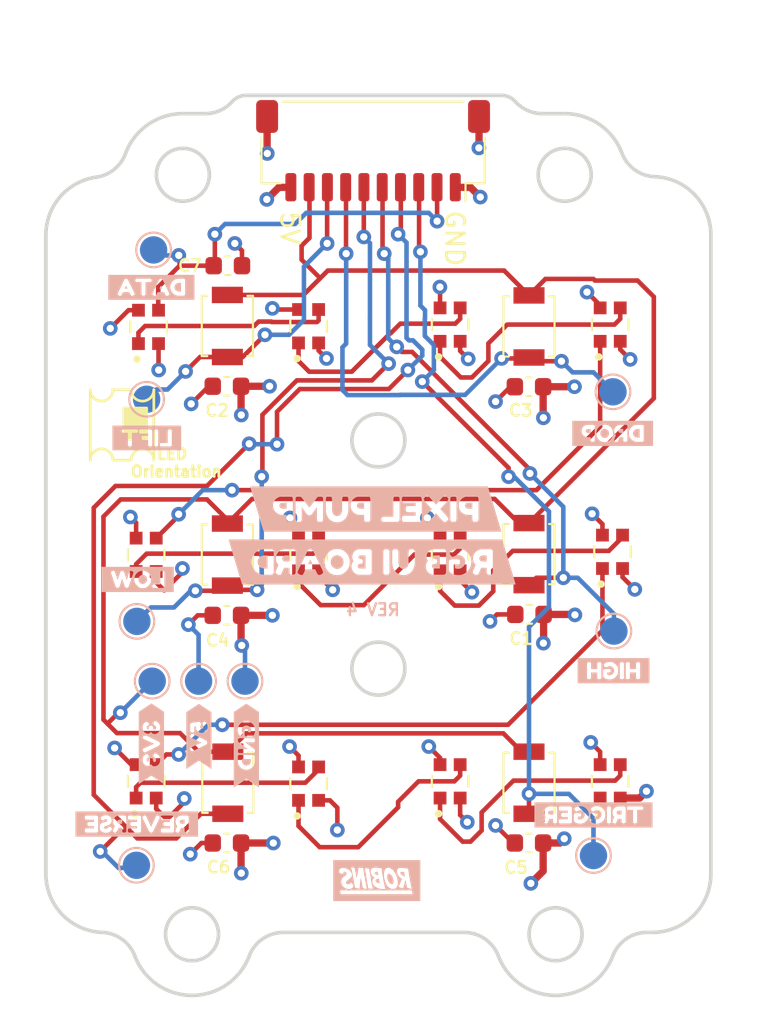
<source format=kicad_pcb>
(kicad_pcb (version 20211014) (generator pcbnew)
  (title_block (comment 4 "AISLER Project ID: JUGCKWAW"))
  (layers (0 "F.Cu" signal) (1 "In1.Cu" power "GND") (2 "In2.Cu" power "PWR") (31 "B.Cu" signal) (34 "B.Paste" user) (35 "F.Paste" user) (36 "B.SilkS" user "B.Silkscreen") (37 "F.SilkS" user "F.Silkscreen") (38 "B.Mask" user) (39 "F.Mask" user) (44 "Edge.Cuts" user))
  (net 0 "")
  (net 1 "GND")
  (net 2 "LIFT_BTN")
  (net 3 "HIGH_BTN")
  (net 4 "REVERSE_BTN")
  (net 5 "DROP_BTN")
  (net 6 "LOW_BTN")
  (net 7 "TRIGGER_BTN")
  (net 8 "+5V")
  (net 9 "LED_DATA")
  (net 10 "Net-(U1-Pad1)")
  (net 11 "Net-(U2-Pad1)")
  (net 12 "DO_DROP")
  (net 13 "Net-(U3-Pad1)")
  (net 14 "DO_LOW")
  (net 15 "DO_LIFT")
  (net 16 "DO_HIGH")
  (net 17 "DO_REV")
  (net 18 "Net-(U10-Pad3)")
  (net 19 "Net-(U11-Pad3)")
  (net 20 "Net-(U12-Pad3)")
  (net 22 "+3V3")
  (footprint "WS2812-2020:LED_WS2812-2020" (layer "F.Cu") (at 78.105 99.187 90)
    (fp_text reference "U6" hide)
    (fp_text value "WS2812B-2020" hide)
  )
  (footprint "Capacitor_SMD:C_0603_1608Metric" (layer "F.Cu") (at 73.6346 89.9668)
    (fp_text reference "C4")
    (fp_text value "100n")
  )
  (footprint "WS2812-2020:LED_WS2812-2020" (layer "F.Cu") (at 78.105 86.614 90)
    (fp_text reference "U5" hide)
    (fp_text value "WS2812B-2020" hide)
  )
  (footprint "WS2812-2020:LED_WS2812-2020" (layer "F.Cu") (at 85.852 86.614 90)
    (fp_text reference "U8" hide)
    (fp_text value "WS2812B-2020" hide)
  )
  (footprint "WS2812-2020:LED_WS2812-2020" (layer "F.Cu") (at 69.215 86.651522 90)
    (fp_text reference "U2" hide)
    (fp_text value "WS2812B-2020" hide)
  )
  (footprint "Capacitor_SMD:C_0603_1608Metric" (layer "F.Cu") (at 90.17 102.4382)
    (fp_text reference "C5")
    (fp_text value "100n")
  )
  (footprint "Button_Switch_SMD:SW_SPST_B3U-1000P" (layer "F.Cu") (at 73.66 74.1172 90)
    (fp_text reference "SW1" hide)
    (fp_text value "B3U-1000P")
  )
  (footprint "Connector_JST:JST_SH_SM10B-SRSS-TB_1x10-1MP_P1.00mm_Horizontal" (layer "F.Cu") (at 81.6356 64.516 180)
    (fp_text reference "J1" hide)
    (fp_text value "SM10B-SRSS-TB")
  )
  (footprint "Button_Switch_SMD:SW_SPST_B3U-1000P" (layer "F.Cu") (at 90.17 74.1426 90)
    (fp_text reference "SW5" hide)
    (fp_text value "B3U-1000P")
  )
  (footprint "WS2812-2020:LED_WS2812-2020" (layer "F.Cu") (at 94.615 74.041 90)
    (fp_text reference "U10" hide)
    (fp_text value "WS2812B-2020" hide)
  )
  (footprint "Capacitor_SMD:C_0603_1608Metric" (layer "F.Cu") (at 73.6346 102.4382)
    (fp_text reference "C6")
    (fp_text value "100n")
  )
  (footprint "Capacitor_SMD:C_0603_1608Metric" (layer "F.Cu") (at 73.6346 77.4192)
    (fp_text reference "C2")
    (fp_text value "100n")
  )
  (footprint "WS2812-2020:LED_WS2812-2020" (layer "F.Cu") (at 78.105 74.130478 90)
    (fp_text reference "U4" hide)
    (fp_text value "WS2812B-2020" hide)
  )
  (footprint "WS2812-2020:LED_WS2812-2020" (layer "F.Cu") (at 94.742 86.487 90)
    (fp_text reference "U11" hide)
    (fp_text value "WS2812B-2020" hide)
  )
  (footprint "WS2812-2020:LED_WS2812-2020" (layer "F.Cu") (at 85.852 99.06 90)
    (fp_text reference "U9" hide)
    (fp_text value "WS2812B-2020" hide)
  )
  (footprint "WS2812-2020:LED_WS2812-2020" (layer "F.Cu") (at 85.852 74.041 90)
    (fp_text reference "U7" hide)
    (fp_text value "WS2812B-2020" hide)
  )
  (footprint "Capacitor_SMD:C_0603_1608Metric" (layer "F.Cu") (at 73.6854 70.8152)
    (fp_text reference "C7")
    (fp_text value "50p")
  )
  (footprint "Button_Switch_SMD:SW_SPST_B3U-1000P" (layer "F.Cu") (at 90.17 99.1362 90)
    (fp_text reference "SW4" hide)
    (fp_text value "B3U-1000P")
  )
  (footprint "Button_Switch_SMD:SW_SPST_B3U-1000P" (layer "F.Cu") (at 73.6854 99.1362 90)
    (fp_text reference "SW3" hide)
    (fp_text value "B3U-1000P")
  )
  (footprint "WS2812-2020:LED_WS2812-2020" (layer "F.Cu") (at 69.215 99.06 90)
    (fp_text reference "U3" hide)
    (fp_text value "WS2812B-2020" hide)
  )
  (footprint "Capacitor_SMD:C_0603_1608Metric" (layer "F.Cu") (at 90.17 77.4446)
    (fp_text reference "C3")
    (fp_text value "100n")
  )
  (footprint "WS2812-2020:LED_WS2812-2020" (layer "F.Cu") (at 94.615 99.06 90)
    (fp_text reference "U12" hide)
    (fp_text value "WS2812B-2020" hide)
  )
  (footprint "Capacitor_SMD:C_0603_1608Metric" (layer "F.Cu") (at 90.1954 89.916)
    (fp_text reference "C1")
    (fp_text value "100n")
  )
  (footprint "Button_Switch_SMD:SW_SPST_B3U-1000P" (layer "F.Cu") (at 73.66 86.6394 90)
    (fp_text reference "SW2" hide)
    (fp_text value "B3U-1000P")
  )
  (footprint "WS2812-2020:LED_WS2812-2020" (layer "F.Cu") (at 69.342 74.168 90)
    (fp_text reference "U1" hide)
    (fp_text value "WS2812B-2020" hide)
  )
  (footprint "Button_Switch_SMD:SW_SPST_B3U-1000P" (layer "F.Cu") (at 90.17 86.614 90)
    (fp_text reference "SW6" hide)
    (fp_text value "B3U-1000P")
  )
  (footprint "kibuzzard-6108471A" (layer "B.Cu") (at 81.584 87.0444 180)
    (fp_text reference "kibuzzard-6108471A" hide)
    (fp_text value "G***" hide)
  )
  (footprint "TestPoint:TestPoint_Pad_D1.5mm" (layer "B.Cu") (at 72.0852 93.5736 180)
    (fp_text reference "TP9" hide)
    (fp_text value "+5V")
  )
  (footprint "kibuzzard-610846A8" (layer "B.Cu") (at 72.1 96.6 -90)
    (fp_text reference "kibuzzard-610846A8" hide)
    (fp_text value "G***" hide)
  )
  (footprint "kibuzzard-610846B1" (layer "B.Cu") (at 74.7 97.1 -90)
    (fp_text reference "kibuzzard-610846B1" hide)
    (fp_text value "G***" hide)
  )
  (footprint "kibuzzard-61084691" (layer "B.Cu") (at 69.5 97 -90)
    (fp_text reference "kibuzzard-61084691" hide)
    (fp_text value "G***" hide)
  )
  (footprint "kibuzzard-610845ED" (layer "B.Cu") (at 94.75 80 180)
    (fp_text reference "kibuzzard-610845ED" hide)
    (fp_text value "G***" hide)
  )
  (footprint "TestPoint:TestPoint_Pad_D1.5mm" (layer "B.Cu") (at 68.707 90.297 180)
    (fp_text reference "TP3" hide)
    (fp_text value "LOW")
  )
  (footprint "kibuzzard-6108463B" (layer "B.Cu") (at 93.7 100.9 180)
    (fp_text reference "kibuzzard-6108463B" hide)
    (fp_text value "G***" hide)
  )
  (footprint "kibuzzard-61084618" (layer "B.Cu") (at 94.8 93 180)
    (fp_text reference "kibuzzard-61084618" hide)
    (fp_text value "G***" hide)
  )
  (footprint "kibuzzard-61084704" (layer "B.Cu") (at 81.784 84.1444 180)
    (fp_text reference "kibuzzard-61084704" hide)
    (fp_text value "G***" hide)
  )
  (footprint "kibuzzard-61084660" (layer "B.Cu") (at 68.7 101.4 180)
    (fp_text reference "kibuzzard-61084660" hide)
    (fp_text value "G***" hide)
  )
  (footprint "kibuzzard-610845E2" (layer "B.Cu") (at 69.25 80.25 180)
    (fp_text reference "kibuzzard-610845E2" hide)
    (fp_text value "G***" hide)
  )
  (footprint "kibuzzard-6108460F" (layer "B.Cu") (at 68.75 88 180)
    (fp_text reference "kibuzzard-6108460F" hide)
    (fp_text value "G***" hide)
  )
  (footprint "TestPoint:TestPoint_Pad_D1.5mm" (layer "B.Cu") (at 94.7674 77.724 180)
    (fp_text reference "TP4" hide)
    (fp_text value "DROP")
  )
  (footprint "TestPoint:TestPoint_Pad_D1.5mm" (layer "B.Cu") (at 69.2404 78.1304 180)
    (fp_text reference "TP2" hide)
    (fp_text value "LIFT")
  )
  (footprint "TestPoint:TestPoint_Pad_D1.5mm" (layer "B.Cu") (at 93.7006 103.124 180)
    (fp_text reference "TP7" hide)
    (fp_text value "TRIGGER")
  )
  (footprint "TestPoint:TestPoint_Pad_D1.5mm" (layer "B.Cu") (at 68.6816 103.6574 180)
    (fp_text reference "TP5" hide)
    (fp_text value "REVERSE")
  )
  (footprint "TestPoint:TestPoint_Pad_D1.5mm" (layer "B.Cu") (at 74.6252 93.5736 180)
    (fp_text reference "TP1" hide)
    (fp_text value "GND")
  )
  (footprint "TestPoint:TestPoint_Pad_D1.5mm" (layer "B.Cu") (at 69.6214 69.9516 180)
    (fp_text reference "TP8" hide)
    (fp_text value "LED DATA")
  )
  (footprint "TestPoint:TestPoint_Pad_D1.5mm" (layer "B.Cu") (at 69.5452 93.5736 180)
    (fp_text reference "TP10" hide)
    (fp_text value "3v3" hide)
  )
  (footprint "TestPoint:TestPoint_Pad_D1.5mm" (layer "B.Cu") (at 94.8182 90.8304 180)
    (fp_text reference "TP6" hide)
    (fp_text value "HIGH")
  )
  (footprint "kibuzzard-61084595" (layer "B.Cu") (at 69.5 72 180)
    (fp_text reference "kibuzzard-61084595" hide)
    (fp_text value "G***" hide)
  )
  (gr_poly (pts (xy 82.512189 104.123953) (xy 82.508786 104.124185) (xy 82.505445 104.124509) (xy 82.502166 104.124926) (xy 82.498949 104.125435) (xy 82.495793 104.126037) (xy 82.492699 104.126732) (xy 82.489667 104.127519) (xy 82.486696 104.128399) (xy 82.483788 104.129372) (xy 82.480941 104.130437) (xy 82.478156 104.131595) (xy 82.475432 104.132845) (xy 82.472771 104.134189) (xy 82.470171 104.135624) (xy 82.467633 104.137153) (xy 82.465156 104.138774) (xy 82.462742 104.140487) (xy 82.460389 104.142294) (xy 82.458098 104.144193) (xy 82.455869 104.146184) (xy 82.453701 104.148268) (xy 82.451595 104.150445) (xy 82.449551 104.152715) (xy 82.447569 104.155077) (xy 82.445649 104.157531) (xy 82.44379 104.160079) (xy 82.441993 104.162719) (xy 82.440258 104.165451) (xy 82.438585 104.168276) (xy 82.436973 104.171194) (xy 82.433718 104.177203) (xy 82.430674 104.183372) (xy 82.427839 104.189702) (xy 82.425214 104.196192) (xy 82.4228 104.202843) (xy 82.420595 104.209655) (xy 82.418601 104.216627) (xy 82.416816 104.223759) (xy 82.415242 104.231053) (xy 82.413877 104.238506) (xy 82.412722 104.246121) (xy 82.411778 104.253895) (xy 82.411043 104.26183) (xy 82.410518 104.269926) (xy 82.410203 104.278182) (xy 82.410098 104.286599) (xy 82.410395 104.302531) (xy 82.411284 104.31871) (xy 82.412766 104.335136) (xy 82.414841 104.35181) (xy 82.417509 104.36873) (xy 82.420769 104.385898) (xy 82.424623 104.403313) (xy 82.429069 104.420974) (xy 82.434058 104.438216) (xy 82.439541 104.455161) (xy 82.445519 104.47181) (xy 82.45199 104.488162) (xy 82.458955 104.504217) (xy 82.466415 104.519976) (xy 82.47437 104.535439) (xy 82.482819 104.550607) (xy 82.487221 104.557844) (xy 82.491735 104.564933) (xy 82.49636 104.571874) (xy 82.501096 104.578667) (xy 82.505944 104.585312) (xy 82.510902 104.591808) (xy 82.515972 104.598157) (xy 82.521153 104.604357) (xy 82.526445 104.610409) (xy 82.531849 104.616313) (xy 82.537363 104.622068) (xy 82.542989 104.627675) (xy 82.548726 104.633134) (xy 82.554575 104.638445) (xy 82.560535 104.643608) (xy 82.566606 104.648622) (xy 82.572768 104.653407) (xy 82.579005 104.657884) (xy 82.585316 104.662052) (xy 82.591701 104.665912) (xy 82.59816 104.669462) (xy 82.604693 104.672704) (xy 82.611301 104.675638) (xy 82.617982 104.678262) (xy 82.624738 104.680578) (xy 82.631568 104.682585) (xy 82.638472 104.684284) (xy 82.64545 104.685673) (xy 82.652503 104.686754) (xy 82.65963 104.687526) (xy 82.666831 104.687989) (xy 82.674106 104.688144) (xy 82.67954 104.688002) (xy 82.682183 104.687824) (xy 82.684776 104.687576) (xy 82.68732 104.687256) (xy 82.689815 104.686866) (xy 82.692261 104.686404) (xy 82.694657 104.685871) (xy 82.697003 104.685268) (xy 82.6993 104.684593) (xy 82.701548 104.683848) (xy 82.703747 104.683031) (xy 82.705896 104.682143) (xy 82.707995 104.681185) (xy 82.710046 104.680155) (xy 82.712046 104.679054) (xy 82.713998 104.677883) (xy 82.7159 104.67664) (xy 82.717753 104.675326) (xy 82.719556 104.673941) (xy 82.72131 104.672486) (xy 82.723014 104.670959) (xy 82.724669 104.669361) (xy 82.726275 104.667692) (xy 82.727831 104.665952) (xy 82.729338 104.664141) (xy 82.730795 104.662259) (xy 82.732203 104.660306) (xy 82.733562 104.658282) (xy 82.734871 104.656187) (xy 82.736131 104.654021) (xy 82.737341 104.651783) (xy 82.739639 104.647152) (xy 82.741788 104.642347) (xy 82.743788 104.637369) (xy 82.745641 104.632219) (xy 82.747345 104.626895) (xy 82.748902 104.621399) (xy 82.75031 104.61573) (xy 82.751569 104.609888) (xy 82.752681 104.603874) (xy 82.753644 104.597686) (xy 82.754459 104.591325) (xy 82.755126 104.584792) (xy 82.755645 104.578086) (xy 82.756016 104.571207) (xy 82.756238 104.564155) (xy 82.756312 104.55693) (xy 82.755991 104.540924) (xy 82.755027 104.524523) (xy 82.753421 104.507726) (xy 82.751173 104.490534) (xy 82.748283 104.472946) (xy 82.744751 104.454963) (xy 82.740577 104.436585) (xy 82.73576 104.417812) (xy 82.730448 104.399015) (xy 82.724791 104.380563) (xy 82.718788 104.362457) (xy 82.712439 104.344697) (xy 82.705745 104.327283) (xy 82.698706 104.310214) (xy 82.691321 104.293491) (xy 82.683591 104.277113) (xy 82.679404 104.268906) (xy 82.675143 104.260885) (xy 82.670808 104.253048) (xy 82.666399 104.245397) (xy 82.661916 104.237931) (xy 82.657358 104.23065) (xy 82.652727 104.223555) (xy 82.648021 104.216645) (xy 82.643242 104.20992) (xy 82.638388 104.20338) (xy 82.63346 104.197026) (xy 82.628458 104.190856) (xy 82.623382 104.184873) (xy 82.618232 104.179074) (xy 82.613007 104.173461) (xy 82.607709 104.168032) (xy 82.602361 104.162673) (xy 82.596988 104.157659) (xy 82.591591 104.15299) (xy 82.586169 104.148668) (xy 82.580722 104.144691) (xy 82.57525 104.14106) (xy 82.569754 104.137774) (xy 82.564233 104.134835) (xy 82.558687 104.132241) (xy 82.553117 104.129993) (xy 82.547522 104.128091) (xy 82.541902 104.126535) (xy 82.536258 104.125324) (xy 82.53059 104.124459) (xy 82.524897 104.123941) (xy 82.519179 104.123768)) (layer "B.SilkS") (width 0.005) (fill solid))
  (gr_poly (pts (xy 79.45631 105.616772) (xy 84.22129 105.616772) (xy 84.22129 105.243048) (xy 83.800644 105.243048) (xy 79.864866 105.243048) (xy 79.829829 105.03283) (xy 83.765607 105.03283) (xy 83.800644 105.243048) (xy 84.22129 105.243048) (xy 84.22129 104.963218) (xy 81.304239 104.963218) (xy 81.07343 104.909468) (xy 81.050509 104.796434) (xy 81.029165 104.688144) (xy 81.024522 104.665815) (xy 81.020076 104.643089) (xy 81.015827 104.619968) (xy 81.011775 104.596452) (xy 81.003873 104.548631) (xy 80.995967 104.50318) (xy 80.988065 104.460101) (xy 80.984111 104.43945) (xy 80.980158 104.419393) (xy 80.976405 104.400226) (xy 80.973045 104.382242) (xy 80.97008 104.365445) (xy 80.96751 104.349834) (xy 80.96435 104.365543) (xy 80.96119 104.382636) (xy 80.958028 104.401113) (xy 80.954864 104.420974) (xy 80.948542 104.463659) (xy 80.942216 104.509504) (xy 80.939154 104.533513) (xy 80.936289 104.558116) (xy 80.93362 104.583311) (xy 80.93115 104.609099) (xy 80.928088 104.634296) (xy 80.925223 104.659294) (xy 80.922554 104.684094) (xy 80.920084 104.708695) (xy 80.914651 104.766397) (xy 80.909414 104.82568) (xy 80.899532 104.94899) (xy 80.894074 104.946988) (xy 80.887973 104.944938) (xy 80.88123 104.942838) (xy 80.873845 104.940689) (xy 80.865817 104.938491) (xy 80.857146 104.936244) (xy 80.847833 104.933947) (xy 80.837878 104.9316) (xy 80.79559 104.922115) (xy 80.754091 104.912629) (xy 80.714174 104.903934) (xy 80.696291 104.900179) (xy 80.679789 104.896821) (xy 80.671934 104.894967) (xy 80.664968 104.893361) (xy 80.658892 104.892003) (xy 80.653705 104.890891) (xy 80.649407 104.890027) (xy 80.645998 104.88941) (xy 80.643478 104.88904) (xy 80.642552 104.888947) (xy 80.641848 104.888916) (xy 80.638391 104.862139) (xy 80.634341 104.8324) (xy 80.631999 104.816195) (xy 80.57522 104.816195) (xy 80.56789 104.825329) (xy 80.560523 104.834154) (xy 80.553119 104.84267) (xy 80.545677 104.850877) (xy 80.538199 104.858776) (xy 80.530683 104.866365) (xy 80.523131 104.873646) (xy 80.515541 104.880618) (xy 80.507914 104.887281) (xy 80.500251 104.893636) (xy 80.49255 104.899681) (xy 80.484812 104.905418) (xy 80.477037 104.910846) (xy 80.469226 104.915965) (xy 80.461377 104.920775) (xy 80.453491 104.925276) (xy 80.445587 104.929297) (xy 80.437683 104.933057) (xy 80.429779 104.936559) (xy 80.421874 104.939801) (xy 80.41397 104.942784) (xy 80.406065 104.945507) (xy 80.398161 104.947971) (xy 80.390256 104.950175) (xy 80.382351 104.952121) (xy 80.374447 104.953807) (xy 80.366542 104.955233) (xy 80.358638 104.9564) (xy 80.350733 104.957308) (xy 80.342829 104.957956) (xy 80.334925 104.958345) (xy 80.32702 104.958475) (xy 80.315806 104.958364) (xy 80.30469 104.958031) (xy 80.293673 104.957475) (xy 80.282755 104.956697) (xy 80.271936 104.955696) (xy 80.261215 104.954473) (xy 80.250594 104.953028) (xy 80.240071 104.951361) (xy 80.229647 104.949471) (xy 80.219322 104.947359) (xy 80.209095 104.945025) (xy 80.198968 104.942469) (xy 80.188939 104.93969) (xy 80.17901 104.936688) (xy 80.169179 104.933465) (xy 80.159447 104.930019) (xy 80.149652 104.926369) (xy 80.140031 104.922535) (xy 80.130582 104.918514) (xy 80.121307 104.914309) (xy 80.112204 104.909918) (xy 80.103275 104.905343) (xy 80.094518 104.900581) (xy 80.085934 104.895635) (xy 80.077524 104.890503) (xy 80.069286 104.885186) (xy 80.061221 104.879684) (xy 80.053329 104.873997) (xy 80.04561 104.868124) (xy 80.038064 104.862066) (xy 80.030691 104.855823) (xy 80.02349 104.849394) (xy 80.016278 104.842799) (xy 80.009263 104.836055) (xy 80.002446 104.829164) (xy 79.995826 104.822124) (xy 79.989403 104.814936) (xy 79.983179 104.807599) (xy 79.977152 104.800115) (xy 79.971322 104.792482) (xy 79.96569 104.784701) (xy 79.960256 104.776772) (xy 79.955019 104.768695) (xy 79.94998 104.760469) (xy 79.945138 104.752095) (xy 79.940494 104.743574) (xy 79.936048 104.734903) (xy 79.931799 104.726085) (xy 79.927588 104.716934) (xy 79.923648 104.707659) (xy 79.91998 104.69826) (xy 79.916584 104.688738) (xy 79.913459 104.679092) (xy 79.910606 104.669323) (xy 79.908025 104.65943) (xy 79.905715 104.649414) (xy 79.903677 104.639274) (xy 79.901911 104.62901) (xy 79.900417 104.618623) (xy 79.899194 104.608113) (xy 79.898243 104.597478) (xy 79.897563 104.586721) (xy 79.897156 104.575839) (xy 79.89702 104.564835) (xy 79.897106 104.554478) (xy 79.897365 104.544357) (xy 79.897798 104.53447) (xy 79.898403 104.524817) (xy 79.899181 104.5154) (xy 79.900131 104.506217) (xy 79.901255 104.497269) (xy 79.902552 104.488555) (xy 79.904022 104.480077) (xy 79.905664 104.471833) (xy 79.90748 104.463823) (xy 79.909468 104.456049) (xy 79.91163 104.448509) (xy 79.913964 104.441204) (xy 79.916472 104.434133) (xy 79.919152 104.427298) (xy 79.921764 104.420455) (xy 79.924462 104.413761) (xy 79.927247 104.407215) (xy 79.930118 104.400817) (xy 79.933076 104.394568) (xy 79.93612 104.388467) (xy 79.939251 104.382514) (xy 79.942468 104.376709) (xy 79.945772 104.371053) (xy 79.949163 104.365545) (xy 79.952639 104.360185) (xy 79.956203 104.354973) (xy 79.959853 104.349909) (xy 79.963589 104.344993) (xy 79.967412 104.340226) (xy 79.971321 104.335606) (xy 79.975299 104.331117) (xy 79.979325 104.326738) (xy 79.983401 104.322471) (xy 79.987526 104.318315) (xy 79.991701 104.31427) (xy 79.995925 104.310336) (xy 80.000198 104.306514) (xy 80.00452 104.302803) (xy 80.008893 104.299203) (xy 80.013314 104.295714) (xy 80.017785 104.292336) (xy 80.022305 104.28907) (xy 80.026875 104.285914) (xy 80.031494 104.282869) (xy 80.036162 104.279936) (xy 80.04088 104.277113) (xy 80.058765 104.265356) (xy 80.076055 104.253796) (xy 80.092752 104.242434) (xy 80.108858 104.231268) (xy 80.116615 104.225685) (xy 80.124075 104.220003) (xy 80.127694 104.217125) (xy 80.131238 104.214222) (xy 80.134708 104.211295) (xy 80.138105 104.208343) (xy 80.141427 104.205367) (xy 80.144675 104.202366) (xy 80.147849 104.19934) (xy 80.150949 104.196289) (xy 80.153974 104.193214) (xy 80.156926 104.190115) (xy 80.159804 104.18699) (xy 80.162608 104.183841) (xy 80.165096 104.18063) (xy 80.167424 104.177321) (xy 80.169592 104.173912) (xy 80.171599 104.170405) (xy 80.173445 104.166798) (xy 80.175131 104.163093) (xy 80.176656 104.159289) (xy 80.178021 104.155386) (xy 80.179225 104.151384) (xy 80.180269 104.147284) (xy 80.181152 104.143085) (xy 80.181875 104.138786) (xy 80.182437 104.134389) (xy 80.182839 104.129894) (xy 80.18308 104.125299) (xy 80.18316 104.120606) (xy 80.18311 104.117654) (xy 80.182962 104.114727) (xy 80.182715 104.111824) (xy 80.18237 104.108947) (xy 80.181925 104.106093) (xy 80.181382 104.103265) (xy 80.18074 104.100461) (xy 80.179999 104.097682) (xy 80.179159 104.094928) (xy 80.178221 104.092198) (xy 80.177183 104.089494) (xy 80.176047 104.086814) (xy 80.174812 104.084158) (xy 80.173478 104.081528) (xy 80.172045 104.078922) (xy 80.170513 104.076341) (xy 80.168913 104.073797) (xy 80.167276 104.071303) (xy 80.165603 104.068857) (xy 80.163892 104.066461) (xy 80.162145 104.064115) (xy 80.16036 104.061818) (xy 80.158539 104.05957) (xy 80.15668 104.057371) (xy 80.154784 104.055222) (xy 80.152852 104.053122) (xy 80.150882 104.051072) (xy 80.148875 104.049071) (xy 80.146831 104.04712) (xy 80.14475 104.045217) (xy 80.142632 104.043365) (xy 80.140476 104.041562) (xy 80.135758 104.037708) (xy 80.13109 104.034053) (xy 80.126471 104.030594) (xy 80.121901 104.027334) (xy 80.117381 104.024271) (xy 80.11291 104.021405) (xy 80.108488 104.018738) (xy 80.104115 104.016267) (xy 80.101769 104.015119) (xy 80.099472 104.014044) (xy 80.097224 104.013044) (xy 80.095026 104.012118) (xy 80.092877 104.011265) (xy 80.090777 104.010487) (xy 80.088727 104.009783) (xy 80.086727 104.009153) (xy 80.084775 104.008598) (xy 80.082873 104.008116) (xy 80.081021 104.007708) (xy 80.079218 104.007375) (xy 80.077464 104.007116) (xy 80.075759 104.00693) (xy 80.074104 104.006819) (xy 80.072498 104.006782) (xy 80.069181 104.006869) (xy 80.065951 104.007128) (xy 80.062808 104.00756) (xy 80.059751 104.008165) (xy 80.05678 104.008943) (xy 80.053896 104.009894) (xy 80.051099 104.011018) (xy 80.048388 104.012315) (xy 80.045763 104.013785) (xy 80.043225 104.015428) (xy 80.040774 104.017243) (xy 80.038409 104.019232) (xy 80.03613 104.021393) (xy 80.033938 104.023727) (xy 80.031833 104.026234) (xy 80.029814 104.028915) (xy 80.027708 104.031588) (xy 80.025738 104.034472) (xy 80.023903 104.037565) (xy 80.022205 104.040869) (xy 80.020643 104.044383) (xy 80.019216 104.048106) (xy 80.017925 104.05204) (xy 80.016771 104.056184) (xy 80.015752 104.060538) (xy 80.014869 104.065101) (xy 80.014122 104.069875) (xy 80.013511 104.074859) (xy 80.013035 104.080052) (xy 80.012696 104.085456) (xy 80.012492 104.091069) (xy 80.012424 104.096893) (xy 80.012473 104.100055) (xy 80.012621 104.103217) (xy 80.012868 104.106378) (xy 80.013214 104.10954) (xy 80.013658 104.112701) (xy 80.014202 104.115863) (xy 80.014844 104.119024) (xy 80.015586 104.122187) (xy 80.016005 104.125349) (xy 80.016474 104.128511) (xy 80.016992 104.131672) (xy 80.01756 104.134834) (xy 80.018178 104.137995) (xy 80.018845 104.141157) (xy 80.019562 104.144319) (xy 80.020329 104.147481) (xy 79.7911 104.081084) (xy 79.787939 104.056582) (xy 79.784777 104.033657) (xy 79.783665 104.028124) (xy 79.782702 104.022591) (xy 79.781887 104.017058) (xy 79.78122 104.011525) (xy 79.780701 104.005992) (xy 79.78033 104.000459) (xy 79.780108 103.994926) (xy 79.780034 103.989392) (xy 79.780102 103.982939) (xy 79.780306 103.976622) (xy 79.780645 103.97044) (xy 79.781121 103.964395) (xy 79.781732 103.958485) (xy 79.782479 103.952711) (xy 79.783362 103.947073) (xy 79.784381 103.941571) (xy 79.785535 103.936204) (xy 79.786826 103.930974) (xy 79.788252 103.925879) (xy 79.789815 103.92092) (xy 79.791513 103.916097) (xy 79.793347 103.91141) (xy 79.795318 103.906859) (xy 79.797424 103.902444) (xy 79.799449 103.898146) (xy 79.801573 103.893946) (xy 79.803796 103.889846) (xy 79.806118 103.885845) (xy 79.808538 103.881942) (xy 79.811058 103.878138) (xy 79.813676 103.874433) (xy 79.816394 103.870826) (xy 79.81921 103.867319) (xy 79.822125 103.86391) (xy 79.825138 103.8606) (xy 79.828251 103.857389) (xy 79.831462 103.854276) (xy 79.834772 103.851263) (xy 79.838181 103.848348) (xy 79.841689 103.845532) (xy 79.845092 103.842623) (xy 79.848581 103.839826) (xy 79.852157 103.83714) (xy 79.855819 103.834564) (xy 79.859567 103.8321) (xy 79.863402 103.829748) (xy 79.867323 103.827506) (xy 79.871331 103.825376) (xy 79.875425 103.823356) (xy 79.879606 103.821448) (xy 79.883873 103.819651) (xy 79.888226 103.817965) (xy 79.892666 103.81639) (xy 79.897192 103.814927) (xy 79.901805 103.813574) (xy 79.906505 103.812333) (xy 79.916064 103.80974) (xy 79.925772 103.807492) (xy 79.935628 103.80559) (xy 79.945632 103.804034) (xy 79.955784 103.802823) (xy 79.966085 103.801959) (xy 79.976533 103.80144) (xy 79.98713 103.801267) (xy 79.99685 103.801384) (xy 80.006644 103.801736) (xy 80.016512 103.802323) (xy 80.026454 103.803144) (xy 80.046561 103.805491) (xy 80.066965 103.808776) (xy 80.087665 103.813) (xy 80.108661 103.818163) (xy 80.129954 103.824264) (xy 80.151542 103.831304) (xy 80.173081 103.839159) (xy 80.194225 103.847705) (xy 80.214974 103.856944) (xy 80.235328 103.866874) (xy 80.255286 103.877495) (xy 80.27485 103.888809) (xy 80.294019 103.900813) (xy 80.312792 103.91351) (xy 80.32179 103.919914) (xy 80.330602 103.926478) (xy 80.339228 103.933203) (xy 80.34767 103.940089) (xy 80.355927 103.947135) (xy 80.363998 103.954341) (xy 80.371884 103.961708) (xy 80.379585 103.969236) (xy 80.3871 103.976924) (xy 80.394431 103.984773) (xy 80.401576 103.992783) (xy 80.408535 104.000953) (xy 80.41531 104.009283) (xy 80.421899 104.017774) (xy 80.428303 104.026426) (xy 80.434521 104.035238) (xy 80.440455 104.044174) (xy 80.446006 104.053196) (xy 80.451175 104.062305) (xy 80.455961 104.0715) (xy 80.460364 104.080782) (xy 80.464384 104.09015) (xy 80.468021 104.099604) (xy 80.471276 104.109145) (xy 80.474147 104.118773) (xy 80.476636 104.128487) (xy 80.478742 104.138287) (xy 80.480465 104.148174) (xy 80.481805 104.158147) (xy 80.482762 104.168206) (xy 80.483337 104.178352) (xy 80.483528 104.188584) (xy 80.483429 104.194871) (xy 80.483133 104.201083) (xy 80.482639 104.207222) (xy 80.481947 104.213286) (xy 80.481058 104.219276) (xy 80.479971 104.225192) (xy 80.478686 104.231033) (xy 80.477204 104.236801) (xy 80.475524 104.242494) (xy 80.473647 104.248114) (xy 80.471572 104.253659) (xy 80.469299 104.25913) (xy 80.466829 104.264528) (xy 80.464162 104.269851) (xy 80.461296 104.2751) (xy 80.458234 104.280275) (xy 80.455035 104.285383) (xy 80.451763 104.290428) (xy 80.448416 104.295412) (xy 80.444995 104.300334) (xy 80.441499 104.305194) (xy 80.43793 104.309992) (xy 80.434286 104.314728) (xy 80.430568 104.319403) (xy 80.426777 104.324016) (xy 80.422911 104.328567) (xy 80.418971 104.333056) (xy 80.414957 104.337484) (xy 80.410869 104.34185) (xy 80.406706 104.346154) (xy 80.40247 104.350396) (xy 80.39816 104.354577) (xy 80.388971 104.362827) (xy 80.379584 104.370979) (xy 80.37 104.379032) (xy 80.360218 104.386986) (xy 80.350239 104.394841) (xy 80.340062 104.402597) (xy 80.329688 104.410254) (xy 80.319116 104.417812) (xy 80.308544 104.425321) (xy 80.29817 104.43283) (xy 80.287993 104.44034) (xy 80.278014 104.447849) (xy 80.268232 104.455359) (xy 80.258648 104.462868) (xy 80.249261 104.470377) (xy 80.240072 104.477886) (xy 80.235576 104.481462) (xy 80.231179 104.485074) (xy 80.22688 104.488724) (xy 80.222681 104.49241) (xy 80.218581 104.496134) (xy 80.214579 104.499895) (xy 80.210676 104.503693) (xy 80.206872 104.507528) (xy 80.203167 104.5114) (xy 80.199561 104.515308) (xy 80.196053 104.519255) (xy 80.192645 104.523238) (xy 80.189335 104.527258) (xy 80.186124 104.531315) (xy 80.183012 104.535409) (xy 80.179998 104.53954) (xy 80.176936 104.543518) (xy 80.17407 104.547544) (xy 80.171403 104.55162) (xy 80.168933 104.555746) (xy 80.16666 104.55992) (xy 80.164585 104.564144) (xy 80.162708 104.568417) (xy 80.161028 104.57274) (xy 80.159546 104.577112) (xy 80.158261 104.581533) (xy 80.157174 104.586004) (xy 80.156285 104.590524) (xy 80.155593 104.595094) (xy 80.155099 104.599713) (xy 80.154803 104.604381) (xy 80.154704 104.609099) (xy 80.154747 104.611848) (xy 80.154877 104.614559) (xy 80.155093 104.617233) (xy 80.155396 104.61987) (xy 80.155785 104.62247) (xy 80.156261 104.625032) (xy 80.156823 104.627558) (xy 80.157471 104.630046) (xy 80.158206 104.632498) (xy 80.159028 104.634912) (xy 80.159936 104.637289) (xy 80.16093 104.63963) (xy 80.16201 104.641933) (xy 80.163177 104.644199) (xy 80.16443 104.646429) (xy 80.16577 104.648622) (xy 80.166987 104.650585) (xy 80.168265 104.652524) (xy 80.169605 104.654438) (xy 80.171007 104.656327) (xy 80.17247 104.658192) (xy 80.173995 104.660032) (xy 80.175582 104.661848) (xy 80.177231 104.663638) (xy 80.178941 104.665404) (xy 80.180713 104.667146) (xy 80.182548 104.668863) (xy 80.184443 104.670555) (xy 80.186401 104.672223) (xy 80.188421 104.673866) (xy 80.190502 104.675484) (xy 80.192645 104.677077) (xy 80.194832 104.678634) (xy 80.197043 104.680141) (xy 80.199278 104.681599) (xy 80.201539 104.683007) (xy 80.203824 104.684366) (xy 80.206134 104.685675) (xy 80.208468 104.686935) (xy 80.210827 104.688145) (xy 80.213211 104.689306) (xy 80.215619 104.690418) (xy 80.218052 104.69148) (xy 80.220509 104.692492) (xy 80.222992 104.693456) (xy 80.225499 104.694369) (xy 80.22803 104.695233) (xy 80.230586 104.696048) (xy 80.235699 104.69753) (xy 80.240763 104.698814) (xy 80.245777 104.699901) (xy 80.250742 104.70079) (xy 80.255658 104.701482) (xy 80.260524 104.701976) (xy 80.265341 104.702273) (xy 80.270109 104.702372) (xy 80.2729 104.702335) (xy 80.275741 104.702223) (xy 80.281571 104.701779) (xy 80.287598 104.701038) (xy 80.293823 104.7) (xy 80.300245 104.698666) (xy 80.306864 104.697036) (xy 80.313682 104.695109) (xy 80.320697 104.692886) (xy 80.327441 104.690046) (xy 80.334234 104.687057) (xy 80.341076 104.68392) (xy 80.347968 104.680635) (xy 80.354909 104.677201) (xy 80.361899 104.673619) (xy 80.368939 104.669889) (xy 80.376028 104.666011) (xy 80.382673 104.661986) (xy 80.38917 104.657811) (xy 80.395518 104.653488) (xy 80.401717 104.649017) (xy 80.407769 104.644397) (xy 80.413672 104.63963) (xy 80.419428 104.634714) (xy 80.425035 104.629651) (xy 80.430396 104.624142) (xy 80.435411 104.618682) (xy 80.437789 104.615971) (xy 80.44008 104.613272) (xy 80.442285 104.610586) (xy 80.444403 104.607912) (xy 80.446434 104.605251) (xy 80.44838 104.602601) (xy 80.450238 104.599965) (xy 80.45201 104.59734) (xy 80.453696 104.594728) (xy 80.455295 104.592129) (xy 80.456808 104.589542) (xy 80.458234 104.586967) (xy 80.57522 104.816195) (xy 80.631999 104.816195) (xy 80.624458 104.764026) (xy 80.61863 104.725393) (xy 80.612209 104.685376) (xy 80.605193 104.643977) (xy 80.597583 104.601195) (xy 80.564385 104.417812) (xy 80.545414 104.32217) (xy 80.526443 104.228106) (xy 80.505104 104.118234) (xy 80.482182 104.0052) (xy 80.457677 103.889006) (xy 80.43159 103.769649) (xy 80.624458 103.793363) (xy 80.670304 104.005201) (xy 80.679789 104.051442) (xy 80.689275 104.098473) (xy 80.693327 104.121397) (xy 80.697575 104.144319) (xy 80.702021 104.167241) (xy 80.706664 104.190165) (xy 80.715756 104.235221) (xy 80.720005 104.257155) (xy 80.724054 104.278694) (xy 80.731565 104.317426) (xy 80.738282 104.351415) (xy 80.753696 104.277904) (xy 80.771481 104.190165) (xy 80.788873 104.096497) (xy 80.80626 104.005201) (xy 80.815253 103.953328) (xy 80.824838 103.900467) (xy 80.835015 103.846619) (xy 80.845782 103.791782) (xy 80.880959 103.793363) (xy 80.91376 103.794943) (xy 80.976996 103.798105) (xy 81.063945 103.798105) (xy 81.071454 103.798006) (xy 81.079754 103.79771) (xy 81.088844 103.797216) (xy 81.098724 103.796524) (xy 81.102283 103.833181) (xy 81.106632 103.872012) (xy 81.111769 103.913016) (xy 81.117695 103.956194) (xy 81.131134 104.045515) (xy 81.14615 104.139576) (xy 81.154254 104.1872) (xy 81.162751 104.235219) (xy 81.171643 104.283634) (xy 81.18093 104.332444) (xy 81.214128 104.522151) (xy 81.257998 104.739127) (xy 81.304239 104.963218) (xy 84.22129 104.963218) (xy 84.22129 104.956894) (xy 83.752798 104.956894) (xy 83.496696 104.890497) (xy 83.46824 104.740313) (xy 83.45678 104.675892) (xy 83.444526 104.609099) (xy 83.431484 104.54547) (xy 83.425852 104.516915) (xy 83.420813 104.490533) (xy 83.400261 104.484209) (xy 83.399793 104.48873) (xy 83.399175 104.493597) (xy 83.398409 104.498809) (xy 83.397495 104.504367) (xy 83.396432 104.51027) (xy 83.395222 104.516519) (xy 83.393863 104.523114) (xy 83.392357 104.530055) (xy 83.388999 104.543988) (xy 83.385244 104.558908) (xy 83.381094 104.574815) (xy 83.376548 104.59171) (xy 83.366667 104.627675) (xy 83.355997 104.666011) (xy 83.344931 104.703557) (xy 83.333864 104.740313) (xy 83.320823 104.785369) (xy 83.306991 104.832006) (xy 83.292367 104.880223) (xy 83.276952 104.930019) (xy 83.031915 104.844651) (xy 83.064718 104.765607) (xy 83.096732 104.686563) (xy 83.111256 104.65218) (xy 83.126373 104.617006) (xy 83.129827 104.609099) (xy 82.993445 104.609099) (xy 82.993198 104.627131) (xy 82.992456 104.644866) (xy 82.991221 104.662306) (xy 82.989492 104.679449) (xy 82.987269 104.696296) (xy 82.984551 104.712846) (xy 82.981341 104.729099) (xy 82.977636 104.745056) (xy 82.975597 104.752707) (xy 82.973435 104.760247) (xy 82.97115 104.767676) (xy 82.968741 104.774994) (xy 82.966209 104.7822) (xy 82.963553 104.789296) (xy 82.960774 104.79628) (xy 82.957872 104.803153) (xy 82.954846 104.809915) (xy 82.951696 104.816566) (xy 82.948424 104.823106) (xy 82.945028 104.829534) (xy 82.941508 104.835851) (xy 82.937865 104.842058) (xy 82.934099 104.848153) (xy 82.930209 104.854137) (xy 82.925992 104.859794) (xy 82.921638 104.865302) (xy 82.917148 104.870662) (xy 82.912523 104.875874) (xy 82.907761 104.880938) (xy 82.902864 104.885854) (xy 82.897831 104.890621) (xy 82.892662 104.89524) (xy 82.887357 104.89971) (xy 82.881916 104.904033) (xy 82.87634 104.908207) (xy 82.870628 104.912234) (xy 82.86478 104.916112) (xy 82.858797 104.919842) (xy 82.852677 104.923424) (xy 82.846422 104.926857) (xy 82.839821 104.930112) (xy 82.833059 104.933157) (xy 82.826136 104.935992) (xy 82.819053 104.938616) (xy 82.811809 104.941031) (xy 82.804405 104.943235) (xy 82.79684 104.94523) (xy 82.789115 104.947015) (xy 82.781229 104.948589) (xy 82.773182 104.949954) (xy 82.764975 104.951108) (xy 82.756607 104.952053) (xy 82.748079 104.952788) (xy 82.739391 104.953313) (xy 82.730542 104.953628) (xy 82.721533 104.953733) (xy 82.711701 104.953603) (xy 82.701968 104.953214) (xy 82.692335 104.952565) (xy 82.687989 104.952152) (xy 82.309497 104.952152) (xy 82.296728 104.954375) (xy 82.283711 104.956301) (xy 82.270447 104.957932) (xy 82.256936 104.959266) (xy 82.243177 104.960303) (xy 82.229171 104.961044) (xy 82.214917 104.961489) (xy 82.200416 104.961637) (xy 82.184139 104.961464) (xy 82.167713 104.960945) (xy 82.151139 104.96008) (xy 82.134416 104.958869) (xy 82.117545 104.957313) (xy 82.100525 104.955411) (xy 82.087702 104.953733) (xy 81.623816 104.953733) (xy 81.622531 104.953289) (xy 81.620258 104.952745) (xy 81.616997 104.952103) (xy 81.612748 104.951362) (xy 81.601287 104.949583) (xy 81.585875 104.947409) (xy 81.567199 104.945038) (xy 81.547537 104.942666) (xy 81.50525 104.937924) (xy 81.483316 104.934961) (xy 81.461777 104.932392) (xy 81.440632 104.930218) (xy 81.419882 104.928438) (xy 81.400318 104.926363) (xy 81.39187 104.925548) (xy 81.384312 104.924881) (xy 81.377643 104.924363) (xy 81.371862 104.923992) (xy 81.366972 104.92377) (xy 81.36297 104.923696) (xy 81.35151 104.850184) (xy 81.339257 104.768769) (xy 81.326213 104.680635) (xy 81.312382 104.590129) (xy 81.296969 104.498044) (xy 81.282345 104.405165) (xy 81.266932 104.313472) (xy 81.252308 104.224944) (xy 81.181168 103.809171) (xy 81.427786 103.848694) (xy 81.460985 104.059346) (xy 81.494184 104.264466) (xy 81.508808 104.352994) (xy 81.52422 104.444687) (xy 81.540423 104.537566) (xy 81.557419 104.629651) (xy 81.574809 104.71818) (xy 81.592198 104.803548) (xy 81.600102 104.843762) (xy 81.608007 104.882197) (xy 81.615912 104.918855) (xy 81.623816 104.953733) (xy 82.087702 104.953733) (xy 82.083357 104.953164) (xy 82.066041 104.950571) (xy 82.04833 104.94726) (xy 82.030767 104.943654) (xy 82.013353 104.939751) (xy 81.996086 104.935552) (xy 81.978968 104.931057) (xy 81.961999 104.926265) (xy 81.945177 104.921177) (xy 81.928504 104.915791) (xy 81.911633 104.909715) (xy 81.89501 104.903342) (xy 81.878633 104.896672) (xy 81.862503 104.889707) (xy 81.84662 104.882444) (xy 81.830984 104.874886) (xy 81.815595 104.867031) (xy 81.800452 104.858879) (xy 81.785285 104.850037) (xy 81.770613 104.840897) (xy 81.756435 104.831461) (xy 81.74275 104.821729) (xy 81.736093 104.816751) (xy 81.72956 104.811699) (xy 81.72315 104.806574) (xy 81.716863 104.801374) (xy 81.7107 104.7961) (xy 81.704661 104.790753) (xy 81.698744 104.785331) (xy 81.692952 104.779835) (xy 81.687296 104.774067) (xy 81.681788 104.768225) (xy 81.676428 104.762309) (xy 81.671217 104.756319) (xy 81.666153 104.750255) (xy 81.661238 104.744117) (xy 81.65647 104.737904) (xy 81.651851 104.731618) (xy 81.64738 104.725258) (xy 81.643057 104.718823) (xy 81.638882 104.712315) (xy 81.634856 104.705732) (xy 81.630977 104.699075) (xy 81.627247 104.692343) (xy 81.623665 104.685538) (xy 81.620231 104.678658) (xy 81.616977 104.671705) (xy 81.613933 104.664677) (xy 81.611099 104.657575) (xy 81.608475 104.650399) (xy 81.606061 104.64315) (xy 81.603856 104.635826) (xy 81.601861 104.628428) (xy 81.600076 104.620956) (xy 81.598501 104.61341) (xy 81.597136 104.60579) (xy 81.595981 104.598096) (xy 81.595036 104.590327) (xy 81.594301 104.582484) (xy 81.593776 104.574568) (xy 81.593461 104.566576) (xy 81.593356 104.558511) (xy 81.593554 104.546803) (xy 81.594147 104.535391) (xy 81.595135 104.524275) (xy 81.596519 104.513456) (xy 81.597359 104.508157) (xy 81.598298 104.502933) (xy 81.599336 104.497783) (xy 81.600472 104.492707) (xy 81.601707 104.487705) (xy 81.60304 104.482777) (xy 81.604472 104.477923) (xy 81.606003 104.473143) (xy 81.607418 104.468444) (xy 81.608894 104.463831) (xy 81.610432 104.459305) (xy 81.612032 104.454865) (xy 81.613693 104.450511) (xy 81.615416 104.446244) (xy 81.617201 104.442064) (xy 81.619047 104.437969) (xy 81.620955 104.433962) (xy 81.622924 104.43004) (xy 81.624956 104.426206) (xy 81.627049 104.422457) (xy 81.629204 104.418795) (xy 81.631421 104.415219) (xy 81.633699 104.41173) (xy 81.63604 104.408327) (xy 81.640832 104.401336) (xy 81.645723 104.394593) (xy 81.650714 104.388096) (xy 81.655802 104.381846) (xy 81.66099 104.375844) (xy 81.666276 104.370088) (xy 81.668956 104.367303) (xy 81.67166 104.36458) (xy 81.674389 104.361919) (xy 81.677143 104.35932) (xy 81.682652 104.35433) (xy 81.688111 104.349637) (xy 81.693521 104.34524) (xy 81.698882 104.341139) (xy 81.704192 104.337335) (xy 81.709453 104.333827) (xy 81.712065 104.332185) (xy 81.714665 104.330616) (xy 81.717252 104.329122) (xy 81.719827 104.327702) (xy 81.714696 104.325671) (xy 81.709577 104.323528) (xy 81.699376 104.318909) (xy 81.689225 104.313845) (xy 81.679122 104.308336) (xy 81.669069 104.302383) (xy 81.659064 104.295985) (xy 81.649108 104.289143) (xy 81.639202 104.281856) (xy 81.634299 104.27786) (xy 81.62947 104.273778) (xy 81.624715 104.26961) (xy 81.620035 104.265355) (xy 81.615428 104.261013) (xy 81.610896 104.256586) (xy 81.606437 104.252072) (xy 81.602053 104.247471) (xy 81.597743 104.242784) (xy 81.593507 104.238011) (xy 81.589344 104.233151) (xy 81.585256 104.228205) (xy 81.581242 104.223172) (xy 81.577301 104.218053) (xy 81.573435 104.212847) (xy 81.569643 104.207555) (xy 81.561937 104.196735) (xy 81.554626 104.18562) (xy 81.54771 104.174208) (xy 81.541188 104.162499) (xy 81.535062 104.150494) (xy 81.529331 104.138193) (xy 81.523995 104.125596) (xy 81.519054 104.112701) (xy 81.516566 104.106149) (xy 81.514238 104.099536) (xy 81.512071 104.09286) (xy 81.510064 104.086123) (xy 81.508217 104.079324) (xy 81.506532 104.072464) (xy 81.505006 104.065541) (xy 81.503641 104.058557) (xy 81.502437 104.051511) (xy 81.501393 104.044403) (xy 81.50051 104.037234) (xy 81.499787 104.030002) (xy 81.499225 104.022709) (xy 81.498824 104.015354) (xy 81.498583 104.007937) (xy 81.498503 104.000459) (xy 81.498602 103.992641) (xy 81.498898 103.984996) (xy 81.499392 103.977523) (xy 81.500084 103.970224) (xy 81.500973 103.963098) (xy 81.50206 103.956145) (xy 81.503345 103.949364) (xy 81.504827 103.942756) (xy 81.506507 103.936322) (xy 81.508384 103.93006) (xy 81.510459 103.923971) (xy 81.512732 103.918055) (xy 81.515202 103.912312) (xy 81.517869 103.906742) (xy 81.520734 103.901345) (xy 81.523797 103.89612) (xy 81.526811 103.891044) (xy 81.529923 103.886091) (xy 81.533134 103.881262) (xy 81.536445 103.876557) (xy 81.539854 103.871974) (xy 81.543362 103.867516) (xy 81.546968 103.863181) (xy 81.550674 103.858969) (xy 81.554478 103.854881) (xy 81.558381 103.850917) (xy 81.562382 103.847076) (xy 81.566483 103.843358) (xy 81.570682 103.839764) (xy 81.574979 103.836293) (xy 81.579376 103.832946) (xy 81.58387 103.829723) (xy 81.588447 103.826623) (xy 81.593085 103.823647) (xy 81.597785 103.820794) (xy 81.602546 103.818064) (xy 81.607369 103.815458) (xy 81.612254 103.812976) (xy 81.6172 103.810617) (xy 81.622209 103.808381) (xy 81.627279 103.806269) (xy 81.63241 103.804281) (xy 81.637604 103.802416) (xy 81.642859 103.800674) (xy 81.648175 103.799056) (xy 81.653554 103.797562) (xy 81.658994 103.796191) (xy 81.664496 103.794943) (xy 81.675489 103.79272) (xy 81.686334 103.790794) (xy 81.69703 103.789163) (xy 81.707577 103.78783) (xy 81.717976 103.786792) (xy 81.728227 103.786051) (xy 81.738329 103.785606) (xy 81.748283 103.785458) (xy 81.771897 103.785681) (xy 81.795315 103.786347) (xy 81.818534 103.787459) (xy 81.841556 103.789015) (xy 81.864381 103.791016) (xy 81.887007 103.793461) (xy 81.909435 103.796351) (xy 81.931665 103.799686) (xy 81.975536 103.806306) (xy 82.018616 103.813519) (xy 82.060904 103.821324) (xy 82.102401 103.829723) (xy 82.144692 104.113493) (xy 82.18935 104.39568) (xy 82.200911 104.465585) (xy 82.21346 104.535391) (xy 82.226996 104.605098) (xy 82.24152 104.674707) (xy 82.257032 104.744217) (xy 82.273532 104.813627) (xy 82.29102 104.882939) (xy 82.309497 104.952152) (xy 82.687989 104.952152) (xy 82.6828 104.951658) (xy 82.673364 104.95049) (xy 82.664027 104.949064) (xy 82.654789 104.947378) (xy 82.645649 104.945433) (xy 82.636609 104.943228) (xy 82.627667 104.940764) (xy 82.618824 104.938041) (xy 82.61008 104.935058) (xy 82.601434 104.931816) (xy 82.592888 104.928315) (xy 82.58444 104.924554) (xy 82.576091 104.920534) (xy 82.567642 104.9161) (xy 82.559293 104.911494) (xy 82.551042 104.906714) (xy 82.54289 104.901762) (xy 82.534837 104.896636) (xy 82.526883 104.891338) (xy 82.519028 104.885866) (xy 82.511272 104.880222) (xy 82.503614 104.874405) (xy 82.496056 104.868415) (xy 82.488596 104.862252) (xy 82.481236 104.855915) (xy 82.473974 104.849407) (xy 82.466811 104.842725) (xy 82.459747 104.83587) (xy 82.452782 104.828843) (xy 82.439171 104.813923) (xy 82.426004 104.798411) (xy 82.413282 104.782306) (xy 82.401006 104.765607) (xy 82.389174 104.748316) (xy 82.377787 104.730432) (xy 82.366845 104.711955) (xy 82.356348 104.692886) (xy 82.345899 104.673398) (xy 82.335895 104.653662) (xy 82.326336 104.633678) (xy 82.317221 104.613448) (xy 82.308551 104.59297) (xy 82.300325 104.572245) (xy 82.292544 104.551274) (xy 82.285208 104.530055) (xy 82.277945 104.508269) (xy 82.271176 104.486384) (xy 82.264902 104.4644) (xy 82.259122 104.442317) (xy 82.253836 104.420135) (xy 82.249045 104.397854) (xy 82.244747 104.375474) (xy 82.240944 104.352996) (xy 82.237609 104.330542) (xy 82.234719 104.308237) (xy 82.232273 104.28608) (xy 82.230272 104.264071) (xy 82.228716 104.242211) (xy 82.227605 104.220498) (xy 82.226938 104.198934) (xy 82.226715 104.177518) (xy 82.226938 104.157904) (xy 82.227605 104.138588) (xy 82.228716 104.119568) (xy 82.230272 104.100845) (xy 82.232273 104.082418) (xy 82.234719 104.064287) (xy 82.237609 104.046453) (xy 82.240944 104.028915) (xy 82.244351 104.011426) (xy 82.24624 104.002904) (xy 82.248253 103.99453) (xy 82.25039 103.986305) (xy 82.25265 103.978227) (xy 82.255034 103.970298) (xy 82.257541 103.962517) (xy 82.260172 103.954885) (xy 82.262926 103.9474) (xy 82.265804 103.940064) (xy 82.268806 103.932876) (xy 82.271931 103.925836) (xy 82.275179 103.918944) (xy 82.278551 103.912201) (xy 82.282046 103.905605) (xy 82.285665 103.899171) (xy 82.289407 103.892909) (xy 82.293273 103.88682) (xy 82.297262 103.880904) (xy 82.301374 103.875161) (xy 82.30561 103.869591) (xy 82.30997 103.864194) (xy 82.314453 103.858969) (xy 82.31906 103.853918) (xy 82.32379 103.849039) (xy 82.328644 103.844334) (xy 82.333621 103.839801) (xy 82.338722 103.835441) (xy 82.343947 103.831254) (xy 82.349295 103.82724) (xy 82.354767 103.823399) (xy 82.360164 103.819762) (xy 82.365685 103.81636) (xy 82.371329 103.813192) (xy 82.377096 103.810258) (xy 82.382987 103.80756) (xy 82.389002 103.805096) (xy 82.39514 103.802867) (xy 82.401402 103.800872) (xy 82.407787 103.799112) (xy 82.414295 103.797587) (xy 82.420928 103.796296) (xy 82.427684 103.79524) (xy 82.434563 103.794419) (xy 82.441566 103.793832) (xy 82.448693 103.79348) (xy 82.455944 103.793363) (xy 82.465015 103.793511) (xy 82.474049 103.793955) (xy 82.483046 103.794696) (xy 82.492006 103.795734) (xy 82.500929 103.797068) (xy 82.509815 103.798698) (xy 82.518664 103.800625) (xy 82.527476 103.802848) (xy 82.536251 103.805367) (xy 82.54499 103.808183) (xy 82.553691 103.811296) (xy 82.562355 103.814705) (xy 82.570982 103.81841) (xy 82.579573 103.822411) (xy 82.588126 103.826709) (xy 82.596643 103.831304) (xy 82.605109 103.835948) (xy 82.613513 103.840789) (xy 82.621856 103.845828) (xy 82.630136 103.851065) (xy 82.638356 103.856499) (xy 82.646513 103.862131) (xy 82.654609 103.867961) (xy 82.662643 103.873988) (xy 82.670615 103.880213) (xy 82.678526 103.886635) (xy 82.686375 103.893255) (xy 82.694162 103.900072) (xy 82.701888 103.907088) (xy 82.709552 103.9143) (xy 82.717154 103.921711) (xy 82.724694 103.929319) (xy 82.739193 103.945053) (xy 82.753445 103.96143) (xy 82.767451 103.97845) (xy 82.781209 103.996111) (xy 82.794721 104.014415) (xy 82.807986 104.033361) (xy 82.821004 104.052949) (xy 82.833775 104.073179) (xy 82.846199 104.093854) (xy 82.858178 104.114775) (xy 82.869713 104.135944) (xy 82.880804 104.157361) (xy 82.891451 104.179024) (xy 82.901653 104.200934) (xy 82.911411 104.223092) (xy 82.920724 104.245496) (xy 82.929171 104.268098) (xy 82.937125 104.290847) (xy 82.944585 104.313746) (xy 82.951551 104.336792) (xy 82.958023 104.359986) (xy 82.964001 104.383329) (xy 82.969484 104.40682) (xy 82.974474 104.430459) (xy 82.97892 104.454) (xy 82.982774 104.477194) (xy 82.986034 104.500043) (xy 82.988702 104.522545) (xy 82.990777 104.544702) (xy 82.992259 104.566513) (xy 82.993148 104.587979) (xy 82.993445 104.609099) (xy 83.129827 104.609099) (xy 83.142083 104.58104) (xy 83.158386 104.544283) (xy 83.173998 104.507132) (xy 83.189214 104.471562) (xy 83.204034 104.437572) (xy 83.21846 104.405165) (xy 83.211574 104.401546) (xy 83.20475 104.397804) (xy 83.197988 104.393938) (xy 83.191287 104.389949) (xy 83.184649 104.385836) (xy 83.178072 104.3816) (xy 83.171557 104.37724) (xy 83.165104 104.372756) (xy 83.158713 104.368149) (xy 83.152383 104.363419) (xy 83.146115 104.358565) (xy 83.139909 104.353588) (xy 83.133765 104.348487) (xy 83.127682 104.343263) (xy 83.121661 104.337915) (xy 83.115702 104.332444) (xy 83.103649 104.320859) (xy 83.09199 104.309026) (xy 83.080727 104.296947) (xy 83.069858 104.284621) (xy 83.059385 104.272048) (xy 83.049306 104.259228) (xy 83.039623 104.246162) (xy 83.030334 104.232849) (xy 83.021096 104.218941) (xy 83.012352 104.204886) (xy 83.004102 104.190683) (xy 82.996346 104.176332) (xy 82.989084 104.161833) (xy 82.982316 104.147185) (xy 82.976041 104.132389) (xy 82.970261 104.117444) (xy 82.96758 104.109731) (xy 82.965073 104.102006) (xy 82.962738 104.094268) (xy 82.960577 104.086518) (xy 82.958588 104.078756) (xy 82.956773 104.070981) (xy 82.95513 104.063194) (xy 82.953661 104.055394) (xy 82.952364 104.047582) (xy 82.95124 104.039758) (xy 82.950289 104.031922) (xy 82.949511 104.024073) (xy 82.948906 104.016212) (xy 82.948474 104.008338) (xy 82.948215 104.000452) (xy 82.948128 103.992554) (xy 82.948277 103.982007) (xy 82.948721 103.971706) (xy 82.949462 103.961653) (xy 82.9505 103.951846) (xy 82.951834 103.942287) (xy 82.953464 103.932974) (xy 82.95539 103.923909) (xy 82.957614 103.915091) (xy 82.958855 103.91078) (xy 82.960207 103.906544) (xy 82.961671 103.902382) (xy 82.963246 103.898294) (xy 82.964931 103.89428) (xy 82.966728 103.89034) (xy 82.968637 103.886474) (xy 82.970656 103.882683) (xy 82.972786 103.878965) (xy 82.975028 103.875322) (xy 82.977381 103.871752) (xy 82.979845 103.868257) (xy 82.98242 103.864836) (xy 82.985106 103.861489) (xy 82.987904 103.858216) (xy 82.990812 103.855017) (xy 82.993653 103.851707) (xy 82.996642 103.848496) (xy 82.999779 103.845384) (xy 83.003065 103.84237) (xy 83.006498 103.839455) (xy 83.01008 103.836639) (xy 83.013809 103.833922) (xy 83.017687 103.831304) (xy 83.021713 103.828784) (xy 83.025888 103.826364) (xy 83.03021 103.824042) (xy 83.034681 103.821819) (xy 83.0393 103.819694) (xy 83.044068 103.817669) (xy 83.048984 103.815742) (xy 83.054048 103.813914) (xy 83.059074 103.812191) (xy 83.064273 103.810579) (xy 83.069646 103.809079) (xy 83.075191 103.807689) (xy 83.086801 103.805244) (xy 83.099102 103.803243) (xy 83.112095 103.801687) (xy 83.12578 103.800575) (xy 83.140156 103.799908) (xy 83.155224 103.799686) (xy 83.180939 103.799908) (xy 83.206703 103.800575) (xy 83.232516 103.801687) (xy 83.258378 103.803243) (xy 83.284289 103.805244) (xy 83.31025 103.807689) (xy 83.33626 103.810579) (xy 83.36232 103.813914) (xy 83.388183 103.817323) (xy 83.4136 103.821226) (xy 83.438573 103.825623) (xy 83.463102 103.830513) (xy 83.487185 103.835898) (xy 83.510825 103.841777) (xy 83.534019 103.84815) (xy 83.556769 103.855017) (xy 83.561116 103.890785) (xy 83.566254 103.928528) (xy 83.572182 103.968248) (xy 83.578901 104.009944) (xy 83.592339 104.095709) (xy 83.607357 104.185422) (xy 83.614668 104.230675) (xy 83.622375 104.276322) (xy 83.630477 104.322365) (xy 83.638975 104.368805) (xy 83.647472 104.414254) (xy 83.655574 104.458915) (xy 83.663281 104.502785) (xy 83.670592 104.545864) (xy 83.710905 104.749008) (xy 83.752798 104.956894) (xy 84.22129 104.956894) (xy 84.22129 103.374428) (xy 79.45631 103.374428)) (layer "B.SilkS") (width 0.005) (fill solid))
  (gr_poly (pts (xy 81.924107 104.392617) (xy 81.91803 104.392914) (xy 81.911855 104.393408) (xy 81.905582 104.3941) (xy 81.899209 104.394989) (xy 81.892737 104.396076) (xy 81.886166 104.39736) (xy 81.879496 104.398842) (xy 81.876156 104.399465) (xy 81.872853 104.400151) (xy 81.869587 104.400898) (xy 81.866357 104.401707) (xy 81.863165 104.402577) (xy 81.860009 104.40351) (xy 81.856891 104.404504) (xy 81.853809 104.40556) (xy 81.850765 104.406677) (xy 81.847757 104.407857) (xy 81.844786 104.409098) (xy 81.841853 104.410401) (xy 81.838956 104.411766) (xy 81.836097 104.413193) (xy 81.833274 104.414681) (xy 81.830489 104.416231) (xy 81.827562 104.417837) (xy 81.824709 104.419493) (xy 81.82193 104.421197) (xy 81.819225 104.422951) (xy 81.816594 104.424754) (xy 81.814038 104.426607) (xy 81.811555 104.428509) (xy 81.809147 104.43046) (xy 81.806812 104.432461) (xy 81.804552 104.434511) (xy 81.802366 104.43661) (xy 81.800254 104.438759) (xy 81.798216 104.440958) (xy 81.796253 104.443205) (xy 81.794363 104.445503) (xy 81.792547 104.447849) (xy 81.790633 104.450258) (xy 81.788843 104.45274) (xy 81.787176 104.455297) (xy 81.785632 104.457927) (xy 81.784212 104.460632) (xy 81.782915 104.463411) (xy 81.781741 104.466264) (xy 81.780692 104.469191) (xy 81.779765 104.472192) (xy 81.778962 104.475268) (xy 81.778283 104.478417) (xy 81.777727 104.481641) (xy 81.777294 104.484938) (xy 81.776986 104.48831) (xy 81.7768 104.491756) (xy 81.776739 104.495276) (xy 81.776831 104.500172) (xy 81.777109 104.504983) (xy 81.777572 104.509707) (xy 81.778221 104.514344) (xy 81.779054 104.518895) (xy 81.780073 104.52336) (xy 81.781277 104.527739) (xy 81.782667 104.53203) (xy 81.784242 104.536236) (xy 81.786002 104.540355) (xy 81.787947 104.544388) (xy 81.790077 104.548334) (xy 81.792393 104.552194) (xy 81.794894 104.555967) (xy 81.79758 104.559653) (xy 81.800452 104.563254) (xy 81.803459 104.566576) (xy 81.806553 104.569825) (xy 81.809734 104.572999) (xy 81.813001 104.576099) (xy 81.816354 104.579125) (xy 81.819794 104.582077) (xy 81.82332 104.584954) (xy 81.826933 104.587758) (xy 81.830632 104.590487) (xy 81.834417 104.593142) (xy 81.838289 104.595723) (xy 81.842247 104.59823) (xy 81.846292 104.600663) (xy 81.850423 104.603022) (xy 81.854641 104.605307) (xy 81.858945 104.607519) (xy 81.86769 104.611347) (xy 81.876534 104.614928) (xy 81.885476 104.618262) (xy 81.894516 104.62135) (xy 81.903655 104.62419) (xy 81.912893 104.626784) (xy 81.92223 104.629132) (xy 81.931665 104.631232) (xy 81.941027 104.633134) (xy 81.950142 104.634888) (xy 81.95901 104.636494) (xy 81.967631 104.637951) (xy 81.976005 104.639259) (xy 81.984132 104.64042) (xy 81.992011 104.641433) (xy 81.999643 104.642298) (xy 81.993716 104.605543) (xy 81.988577 104.57432) (xy 81.985515 104.5595) (xy 81.98265 104.545075) (xy 81.979981 104.531044) (xy 81.977511 104.517408) (xy 81.972768 104.490137) (xy 81.968026 104.462077) (xy 81.964866 104.446566) (xy 81.961705 104.430065) (xy 81.958543 104.412576) (xy 81.955379 104.394099) (xy 81.953823 104.393729) (xy 81.952317 104.393408) (xy 81.950859 104.393137) (xy 81.949451 104.392914) (xy 81.948092 104.392741) (xy 81.946783 104.392617) (xy 81.945523 104.392543) (xy 81.944312 104.392518) (xy 81.930084 104.392518)) (layer "B.SilkS") (width 0.005) (fill solid))
  (gr_poly (pts (xy 81.863613 104.011599) (xy 81.858648 104.011821) (xy 81.853535 104.012192) (xy 81.848274 104.01271) (xy 81.842864 104.013377) (xy 81.837306 104.014193) (xy 81.8316 104.015156) (xy 81.825746 104.016267) (xy 81.819473 104.017157) (xy 81.813298 104.018244) (xy 81.807222 104.019528) (xy 81.801244 104.02101) (xy 81.795365 104.02269) (xy 81.789585 104.024567) (xy 81.783903 104.026642) (xy 81.77832 104.028915) (xy 81.775392 104.030125) (xy 81.772539 104.031385) (xy 81.76976 104.032694) (xy 81.767056 104.034053) (xy 81.764425 104.035461) (xy 81.761868 104.036918) (xy 81.759386 104.038425) (xy 81.756978 104.039982) (xy 81.754643 104.041587) (xy 81.752383 104.043242) (xy 81.750197 104.044947) (xy 81.748085 104.0467) (xy 81.746047 104.048503) (xy 81.744084 104.050356) (xy 81.742194 104.052258) (xy 81.740378 104.054209) (xy 81.738655 104.056024) (xy 81.737044 104.057914) (xy 81.735543 104.059878) (xy 81.734154 104.061916) (xy 81.732875 104.064027) (xy 81.731708 104.066214) (xy 81.730652 104.068474) (xy 81.729707 104.070808) (xy 81.728874 104.073216) (xy 81.728151 104.075699) (xy 81.72754 104.078255) (xy 81.72704 104.080886) (xy 81.726651 104.083591) (xy 81.726373 104.08637) (xy 81.726206 104.089223) (xy 81.72615 104.09215) (xy 81.726218 104.094509) (xy 81.726422 104.096843) (xy 81.726762 104.099153) (xy 81.727238 104.101438) (xy 81.727849 104.103698) (xy 81.728597 104.105934) (xy 81.72948 104.108145) (xy 81.730499 104.110331) (xy 81.731654 104.112492) (xy 81.732945 104.114629) (xy 81.734372 104.116741) (xy 81.735934 104.118828) (xy 81.737632 104.120891) (xy 81.739466 104.122928) (xy 81.741435 104.124941) (xy 81.74354 104.126929) (xy 81.745566 104.128899) (xy 81.747691 104.130856) (xy 81.749915 104.132801) (xy 81.752237 104.134734) (xy 81.754658 104.136655) (xy 81.757177 104.138563) (xy 81.762512 104.142342) (xy 81.768242 104.146072) (xy 81.774368 104.149753) (xy 81.780889 104.153384) (xy 81.787805 104.156966) (xy 81.794648 104.160104) (xy 81.801738 104.163192) (xy 81.809074 104.166231) (xy 81.816658 104.16922) (xy 81.824488 104.172159) (xy 81.832565 104.175049) (xy 81.840889 104.177889) (xy 81.849459 104.18068) (xy 81.858156 104.183371) (xy 81.866851 104.185916) (xy 81.875546 104.188312) (xy 81.884241 104.19056) (xy 81.892936 104.19266) (xy 81.90163 104.194612) (xy 81.910324 104.196415) (xy 81.919018 104.198069) (xy 81.915463 104.177517) (xy 81.911114 104.153805) (xy 81.908052 104.141158) (xy 81.905186 104.12851) (xy 81.902518 104.115863) (xy 81.900047 104.103216) (xy 81.897775 104.089975) (xy 81.895701 104.077131) (xy 81.893824 104.064682) (xy 81.892143 104.052628) (xy 81.887797 104.030495) (xy 81.884239 104.011525) (xy 81.86843 104.011525)) (layer "B.SilkS") (width 0.005) (fill solid))
  (gr_poly (pts (xy 83.250177 104.017947) (xy 83.237826 104.018244) (xy 83.225673 104.018738) (xy 83.213717 104.019429) (xy 83.207863 104.019898) (xy 83.202157 104.020516) (xy 83.196599 104.021282) (xy 83.191189 104.022196) (xy 83.185928 104.023258) (xy 83.180815 104.024468) (xy 83.17585 104.025827) (xy 83.171033 104.027334) (xy 83.168502 104.027951) (xy 83.166044 104.028618) (xy 83.16366 104.029334) (xy 83.161351 104.0301) (xy 83.159115 104.030915) (xy 83.156954 104.03178) (xy 83.154866 104.032694) (xy 83.152853 104.033657) (xy 83.150914 104.03467) (xy 83.149049 104.035732) (xy 83.147258 104.036844) (xy 83.145541 104.038005) (xy 83.143898 104.039215) (xy 83.14233 104.040475) (xy 83.140835 104.041784) (xy 83.139415 104.043142) (xy 83.138076 104.044359) (xy 83.136822 104.045637) (xy 83.135655 104.046977) (xy 83.134575 104.048379) (xy 83.133581 104.049842) (xy 83.132673 104.051367) (xy 83.131852 104.052954) (xy 83.131117 104.054603) (xy 83.130468 104.056314) (xy 83.129906 104.058086) (xy 83.12943 104.05992) (xy 83.129041 104.061816) (xy 83.128739 104.063773) (xy 83.128522 104.065793) (xy 83.128393 104.067874) (xy 83.128349 104.070018) (xy 83.12846 104.07321) (xy 83.128794 104.076464) (xy 83.12935 104.07978) (xy 83.130128 104.083158) (xy 83.131128 104.086597) (xy 83.132351 104.090099) (xy 83.133796 104.093662) (xy 83.135463 104.097287) (xy 83.137353 104.100974) (xy 83.139465 104.104722) (xy 83.141799 104.108533) (xy 83.144356 104.112405) (xy 83.147135 104.116339) (xy 83.150136 104.120334) (xy 83.153359 104.124391) (xy 83.156805 104.12851) (xy 83.164092 104.136785) (xy 83.171725 104.14501) (xy 83.179704 104.153186) (xy 83.188028 104.161313) (xy 83.196699 104.16939) (xy 83.205715 104.177418) (xy 83.215076 104.185397) (xy 83.224783 104.193327) (xy 83.234737 104.200712) (xy 83.24484 104.20785) (xy 83.255091 104.214741) (xy 83.265491 104.221386) (xy 83.276039 104.227783) (xy 83.286735 104.233934) (xy 83.297579 104.239838) (xy 83.30857 104.245496) (xy 83.319044 104.250733) (xy 83.324132 104.253129) (xy 83.329122 104.255377) (xy 83.334013 104.257477) (xy 83.338805 104.259428) (xy 83.343499 104.261231) (xy 83.348093 104.262886) (xy 83.352589 104.264392) (xy 83.356986 104.265751) (xy 83.361284 104.266961) (xy 83.365483 104.268023) (xy 83.369583 104.268937) (xy 83.373585 104.269703) (xy 83.377487 104.27032) (xy 83.381291 104.27079) (xy 83.330703 104.019429) (xy 83.299085 104.019429) (xy 83.289699 104.018738) (xy 83.28051 104.018244) (xy 83.27599 104.018071) (xy 83.271519 104.017947) (xy 83.267097 104.017873) (xy 83.262724 104.017848)) (layer "B.SilkS") (width 0.005) (fill solid))
  (gr_arc (start 66.1543 81.4705) (mid 66.7766 80.8482) (end 67.3989 81.4705) (layer "F.SilkS") (width 0.15))
  (gr_arc (start 69.6341 77.6097) (mid 69.0118 78.232) (end 68.3895 77.6097) (layer "F.SilkS") (width 0.15))
  (gr_arc (start 68.3895 81.4705) (mid 69.0118 80.8482) (end 69.6341 81.4705) (layer "F.SilkS") (width 0.15))
  (gr_arc (start 67.3989 77.6097) (mid 66.7766 78.232) (end 66.1543 77.6097) (layer "F.SilkS") (width 0.15))
  (gr_line (start 66.1543 81.4705) (end 66.1543 77.6097) (layer "F.SilkS") (width 0.15))
  (gr_line (start 68.3895 81.4705) (end 67.3989 81.4705) (layer "F.SilkS") (width 0.15))
  (gr_line (start 69.6341 77.6097) (end 69.6341 81.4705) (layer "F.SilkS") (width 0.15))
  (gr_rect (start 67.9958 78.613) (end 69.2404 80.3148) (layer "F.SilkS") (width 0.15) (fill solid))
  (gr_line (start 67.3735 77.6097) (end 68.3895 77.6097) (layer "F.SilkS") (width 0.15))
  (gr_arc (start 74.856624 108.625156) (mid 75.59059 107.689147) (end 76.72625 107.335437) (layer "Edge.Cuts") (width 0.2))
  (gr_arc (start 68.081641 64.677079) (mid 69.315876 63.082646) (end 71.24173 62.485478) (layer "Edge.Cuts") (width 0.2))
  (gr_arc (start 94.756624 108.625156) (mid 91.625 110.785436) (end 88.493376 108.625156) (layer "Edge.Cuts") (width 0.2))
  (gr_line (start 96.925 107.335437) (end 96.62625 107.335437) (layer "Edge.Cuts") (width 0.2))
  (gr_arc (start 66.800231 107.333004) (mid 67.890416 107.708125) (end 68.592437 108.62268) (layer "Edge.Cuts") (width 0.2))
  (gr_line (start 63.725 104.135437) (end 63.725 69.135436) (layer "Edge.Cuts") (width 0.2))
  (gr_arc (start 63.725 69.135436) (mid 64.510672 67.035157) (end 66.481928 65.966259) (layer "Edge.Cuts") (width 0.2))
  (gr_arc (start 74.856624 108.625156) (mid 71.723676 110.785439) (end 68.592437 108.62268) (layer "Edge.Cuts") (width 0.2))
  (gr_line (start 92.124225 62.485437) (end 90.907044 62.485439) (layer "Edge.Cuts") (width 0.2))
  (gr_arc (start 97.049769 65.93787) (mid 99.231419 66.917248) (end 100.125 69.135436) (layer "Edge.Cuts") (width 0.2))
  (gr_circle (center 71.225 65.835436) (end 72.675 65.835436) (layer "Edge.Cuts") (width 0.2) (fill none))
  (gr_arc (start 100.125 104.135437) (mid 99.187729 106.398155) (end 96.925 107.335437) (layer "Edge.Cuts") (width 0.2))
  (gr_arc (start 73.933653 61.818806) (mid 74.270763 61.572612) (end 74.679008 61.485471) (layer "Edge.Cuts") (width 0.2))
  (gr_arc (start 97.049769 65.93787) (mid 95.959588 65.562746) (end 95.257563 64.648193) (layer "Edge.Cuts") (width 0.2))
  (gr_arc (start 66.800231 107.333004) (mid 64.618568 106.353628) (end 63.725 104.135437) (layer "Edge.Cuts") (width 0.2))
  (gr_circle (center 92.125 65.835436) (end 93.575 65.835436) (layer "Edge.Cuts") (width 0.2) (fill none))
  (gr_arc (start 94.756624 108.625156) (mid 95.49059 107.689147) (end 96.62625 107.335437) (layer "Edge.Cuts") (width 0.2))
  (gr_arc (start 88.670974 61.485444) (mid 89.079225 61.572567) (end 89.416331 61.818775) (layer "Edge.Cuts") (width 0.2))
  (gr_circle (center 81.925 92.885436) (end 83.375 92.885436) (layer "Edge.Cuts") (width 0.2) (fill none))
  (gr_line (start 86.62375 107.335437) (end 76.72625 107.335437) (layer "Edge.Cuts") (width 0.2))
  (gr_line (start 88.670974 61.485444) (end 74.679008 61.485471) (layer "Edge.Cuts") (width 0.2))
  (gr_arc (start 73.933653 61.818806) (mid 73.259443 62.311235) (end 72.442942 62.485476) (layer "Edge.Cuts") (width 0.2))
  (gr_line (start 71.24173 62.485478) (end 72.442942 62.485476) (layer "Edge.Cuts") (width 0.2))
  (gr_circle (center 71.725 107.435436) (end 73.175 107.435436) (layer "Edge.Cuts") (width 0.2) (fill none))
  (gr_arc (start 86.62375 107.335437) (mid 87.759423 107.689128) (end 88.493376 108.625156) (layer "Edge.Cuts") (width 0.2))
  (gr_circle (center 81.925 80.385436) (end 83.375 80.385436) (layer "Edge.Cuts") (width 0.2) (fill none))
  (gr_arc (start 68.081641 64.677079) (mid 67.459972 65.542776) (end 66.481928 65.966259) (layer "Edge.Cuts") (width 0.2))
  (gr_arc (start 92.124225 62.485437) (mid 94.027992 63.078431) (end 95.257563 64.648193) (layer "Edge.Cuts") (width 0.2))
  (gr_circle (center 91.625 107.435436) (end 93.075 107.435436) (layer "Edge.Cuts") (width 0.2) (fill none))
  (gr_line (start 100.125 69.135436) (end 100.125 104.135437) (layer "Edge.Cuts") (width 0.2))
  (gr_arc (start 90.907044 62.485439) (mid 90.090535 62.311199) (end 89.416331 61.818775) (layer "Edge.Cuts") (width 0.2))
  (gr_text "REV 4" (at 81.6356 89.662) (layer "B.SilkS") (effects (font (size 0.65 0.65) (thickness 0.13)) (justify mirror)))
  (gr_text "GND" (at 86.106 69.3166 -90) (layer "F.SilkS") (effects (font (size 1 1))))
  (gr_text "LED \nOrientation" (at 70.866 81.6102) (layer "F.SilkS") (effects (font (size 0.6 0.6))))
  (gr_text "5V" (at 77.089 68.7578 -90) (layer "F.SilkS") (effects (font (size 1 1))))
  (segment (start 74.4096 104.0768) (end 74.422 104.0892) (width 0.4) (layer "F.Cu") (net 1))
  (segment (start 79.274 100.102) (end 79.6798 100.5078) (width 0.25) (layer "F.Cu") (net 1))
  (segment (start 71.3 100.2) (end 71.3 100) (width 0.25) (layer "F.Cu") (net 1))
  (segment (start 69.765 100.565) (end 70.2 101) (width 0.25) (layer "F.Cu") (net 1))
  (segment (start 90.945 102.4382) (end 90.945 103.9746) (width 0.4) (layer "F.Cu") (net 1))
  (segment (start 74.4096 89.9668) (end 74.4096 91.58) (width 0.4) (layer "F.Cu") (net 1))
  (segment (start 69.892 76.5214) (end 69.9008 76.5302) (width 0.25) (layer "F.Cu") (net 1))
  (segment (start 91.8618 102.4382) (end 92.1 102.2) (width 0.4) (layer "F.Cu") (net 1))
  (segment (start 95.292 87.8752) (end 95.9612 88.5444) (width 0.25) (layer "F.Cu") (net 1))
  (segment (start 79.6798 100.5078) (end 79.6798 101.727) (width 0.25) (layer "F.Cu") (net 1))
  (segment (start 90.945 77.4446) (end 90.945 79.134) (width 0.4) (layer "F.Cu") (net 1))
  (segment (start 74.4604 70.8152) (end 74.4604 69.99) (width 0.25) (layer "F.Cu") (net 1))
  (segment (start 78.655 100.102) (end 79.274 100.102) (width 0.25) (layer "F.Cu") (net 1))
  (segment (start 70.2 101) (end 70.5 101) (width 0.25) (layer "F.Cu") (net 1))
  (segment (start 86.402 75.48) (end 86.8426 75.9206) (width 0.25) (layer "F.Cu") (net 1))
  (segment (start 78.655 75.46612) (end 79.086158 75.897278) (width 0.25) (layer "F.Cu") (net 1))
  (segment (start 90.945 77.4446) (end 92.6592 77.4446) (width 0.4) (layer "F.Cu") (net 1))
  (segment (start 92.6592 89.916) (end 92.6846 89.9414) (width 0.4) (layer "F.Cu") (net 1))
  (segment (start 91.4146 102.4382) (end 91.8618 102.4382) (width 0.4) (layer "F.Cu") (net 1))
  (segment (start 74.4096 77.4192) (end 75.9714 77.4192) (width 0.4) (layer "F.Cu") (net 1))
  (segment (start 75.8356 62.641) (end 75.8356 64.6596) (width 0.4) (layer "F.Cu") (net 1))
  (segment (start 74.4096 91.58) (end 74.4474 91.6178) (width 0.4) (layer "F.Cu") (net 1))
  (segment (start 86.402 74.956) (end 86.402 75.48) (width 0.25) (layer "F.Cu") (net 1))
  (segment (start 96.225 99.975) (end 96.6 99.6) (width 0.4) (layer "F.Cu") (net 1))
  (segment (start 95.165 74.956) (end 95.165 75.4038) (width 0.25) (layer "F.Cu") (net 1))
  (segment (start 78.655 75.045478) (end 78.655 75.46612) (width 0.25) (layer "F.Cu") (net 1))
  (segment (start 86.402 100.9054) (end 86.7918 101.2952) (width 0.25) (layer "F.Cu") (net 1))
  (segment (start 86.402 99.975) (end 86.402 100.9054) (width 0.25) (layer "F.Cu") (net 1))
  (segment (start 90.9704 89.916) (end 92.6592 89.916) (width 0.4) (layer "F.Cu") (net 1))
  (segment (start 69.765 87.566522) (end 69.765 88.053) (width 0.25) (layer "F.Cu") (net 1))
  (segment (start 95.165 75.4038) (end 95.7072 75.946) (width 0.25) (layer "F.Cu") (net 1))
  (segment (start 78.655 87.529) (end 78.655 87.799) (width 0.25) (layer "F.Cu") (net 1))
  (segment (start 90.9704 91.4778) (end 90.9574 91.4908) (width 0.4) (layer "F.Cu") (net 1))
  (segment (start 71 100.5) (end 71.3 100.2) (width 0.25) (layer "F.Cu") (net 1))
  (segment (start 74.4096 89.9668) (end 76.1238 89.9668) (width 0.4) (layer "F.Cu") (net 1))
  (segment (start 87.4356 62.641) (end 87.4356 64.3548) (width 0.4) (layer "F.Cu") (net 1))
  (segment (start 74.4096 78.9816) (end 74.422 78.994) (width 0.4) (layer "F.Cu") (net 1))
  (segment (start 75.8356 64.6596) (end 75.8444 64.6684) (width 0.4) (layer "F.Cu") (net 1))
  (segment (start 90.945 103.9746) (end 90.2716 104.648) (width 0.4) (layer "F.Cu") (net 1))
  (segment (start 90.9704 89.916) (end 90.9704 91.4778) (width 0.4) (layer "F.Cu") (net 1))
  (segment (start 87.4356 64.3548) (end 87.4268 64.3636) (width 0.4) (layer "F.Cu") (net 1))
  (segment (start 90.945 79.134) (end 90.9574 79.1464) (width 0.4) (layer "F.Cu") (net 1))
  (segment (start 74.4604 69.99) (end 74.0664 69.596) (width 0.25) (layer "F.Cu") (net 1))
  (segment (start 69.765 88.053) (end 69.765 88.165) (width 0.25) (layer "F.Cu") (net 1))
  (segment (start 78.655 87.799) (end 79.4258 88.5698) (width 0.25) (layer "F.Cu") (net 1))
  (segment (start 86.402 87.529) (end 86.402 88.053) (width 0.25) (layer "F.Cu") (net 1))
  (segment (start 74.4096 102.4382) (end 74.4096 104.0768) (width 0.4) (layer "F.Cu") (net 1))
  (segment (start 86.402 88.053) (end 87.0458 88.6968) (width 0.25) (layer "F.Cu") (net 1))
  (segment (start 90.945 102.4382) (end 91.4146 102.4382) (width 0.4) (layer "F.Cu") (net 1))
  (segment (start 70.2 88.6) (end 71.2 87.6) (width 0.25) (layer "F.Cu") (net 1))
  (segment (start 69.765 88.165) (end 70.2 88.6) (width 0.25) (layer "F.Cu") (net 1))
  (segment (start 86.9714 66.5244) (end 87.503 67.056) (width 0.4) (layer "F.Cu") (net 1))
  (segment (start 70.5 101) (end 71 100.5) (width 0.25) (layer "F.Cu") (net 1))
  (segment (start 71.2 87.6) (end 71.2 87.4) (width 0.25) (layer "F.Cu") (net 1))
  (segment (start 74.4096 77.4192) (end 74.4096 78.9816) (width 0.4) (layer "F.Cu") (net 1))
  (segment (start 95.165 99.975) (end 96.225 99.975) (width 0.4) (layer "F.Cu") (net 1))
  (segment (start 69.765 100.5244) (end 69.765 100.565) (width 0.25) (layer "F.Cu") (net 1))
  (segment (start 69.765 99.975) (end 69.765 100.5244) (width 0.25) (layer "F.Cu") (net 1))
  (segment (start 69.892 75.083) (end 69.892 76.5214) (width 0.25) (layer "F.Cu") (net 1))
  (segment (start 86.1542 66.5244) (end 86.9714 66.5244) (width 0.4) (layer "F.Cu") (net 1))
  (segment (start 74.4096 102.4382) (end 76.1746 102.4382) (width 0.4) (layer "F.Cu") (net 1))
  (segment (start 95.292 87.402) (end 95.292 87.8752) (width 0.25) (layer "F.Cu") (net 1))
  (via (at 86.8426 75.9206) (size 0.8) (drill 0.4) (layers "F.Cu" "B.Cu") (net 1))
  (via (at 87.503 67.056) (size 0.8) (drill 0.4) (layers "F.Cu" "B.Cu") (net 1))
  (via (at 74.4474 91.6178) (size 0.8) (drill 0.4) (layers "F.Cu" "B.Cu") (net 1))
  (via (at 74.0664 69.596) (size 0.8) (drill 0.4) (layers "F.Cu" "B.Cu") (net 1))
  (via (at 76.1238 89.9668) (size 0.8) (drill 0.4) (layers "F.Cu" "B.Cu") (net 1))
  (via (at 90.2716 104.648) (size 0.8) (drill 0.4) (layers "F.Cu" "B.Cu") (net 1))
  (via (at 92.6592 77.4446) (size 0.8) (drill 0.4) (layers "F.Cu" "B.Cu") (net 1))
  (via (at 74.422 104.0892) (size 0.8) (drill 0.4) (layers "F.Cu" "B.Cu") (net 1))
  (via (at 74.422 78.994) (size 0.8) (drill 0.4) (layers "F.Cu" "B.Cu") (net 1))
  (via (at 75.9714 77.4192) (size 0.8) (drill 0.4) (layers "F.Cu" "B.Cu") (net 1))
  (via (at 79.6798 101.727) (size 0.8) (drill 0.4) (layers "F.Cu" "B.Cu") (net 1))
  (via (at 79.086158 75.897278) (size 0.8) (drill 0.4) (layers "F.Cu" "B.Cu") (net 1))
  (via (at 96.6 99.6) (size 0.8) (drill 0.4) (layers "F.Cu" "B.Cu") (net 1))
  (via (at 79.4258 88.5698) (size 0.8) (drill 0.4) (layers "F.Cu" "B.Cu") (net 1))
  (via (at 95.7072 75.946) (size 0.8) (drill 0.4) (layers "F.Cu" "B.Cu") (net 1))
  (via (at 76.1746 102.4382) (size 0.8) (drill 0.4) (layers "F.Cu" "B.Cu") (net 1))
  (via (at 92.1 102.2) (size 0.8) (drill 0.4) (layers "F.Cu" "B.Cu") (net 1))
  (via (at 92.6846 89.9414) (size 0.8) (drill 0.4) (layers "F.Cu" "B.Cu") (net 1))
  (via (at 75.8444 64.6684) (size 0.8) (drill 0.4) (layers "F.Cu" "B.Cu") (net 1))
  (via (at 95.9612 88.5444) (size 0.8) (drill 0.4) (layers "F.Cu" "B.Cu") (net 1))
  (via (at 87.0458 88.6968) (size 0.8) (drill 0.4) (layers "F.Cu" "B.Cu") (net 1))
  (via (at 86.7918 101.2952) (size 0.8) (drill 0.4) (layers "F.Cu" "B.Cu") (net 1))
  (via (at 87.4268 64.3636) (size 0.8) (drill 0.4) (layers "F.Cu" "B.Cu") (net 1))
  (via (at 90.9574 79.1464) (size 0.8) (drill 0.4) (layers "F.Cu" "B.Cu") (net 1))
  (via (at 69.9008 76.5302) (size 0.8) (drill 0.4) (layers "F.Cu" "B.Cu") (net 1))
  (via (at 90.9574 91.4908) (size 0.8) (drill 0.4) (layers "F.Cu" "B.Cu") (net 1))
  (via (at 71.3 100) (size 0.8) (drill 0.4) (layers "F.Cu" "B.Cu") (net 1))
  (via (at 71.2 87.4) (size 0.8) (drill 0.4) (layers "F.Cu" "B.Cu") (net 1))
  (segment (start 74.6252 93.5736) (end 74.6252 91.7956) (width 0.25) (layer "B.Cu") (net 1))
  (segment (start 74.6252 91.7956) (end 74.4474 91.6178) (width 0.25) (layer "B.Cu") (net 1))
  (segment (start 72.1632 75.8172) (end 73.66 75.8172) (width 0.25) (layer "F.Cu") (net 2))
  (segment (start 79.121 69.596) (end 79.121 66.5576) (width 0.25) (layer "F.Cu") (net 2))
  (segment (start 71.374 76.6064) (end 72.1632 75.8172) (width 0.25) (layer "F.Cu") (net 2))
  (segment (start 79.121 66.5576) (end 79.1542 66.5244) (width 0.25) (layer "F.Cu") (net 2))
  (segment (start 75.7174 74.5998) (end 74.5 75.8172) (width 0.25) (layer "F.Cu") (net 2))
  (segment (start 74.5 75.8172) (end 73.66 75.8172) (width 0.25) (layer "F.Cu") (net 2))
  (via (at 79.121 69.596) (size 0.8) (drill 0.4) (layers "F.Cu" "B.Cu") (net 2))
  (via (at 75.7174 74.5998) (size 0.8) (drill 0.4) (layers "F.Cu" "B.Cu") (net 2))
  (via (at 71.374 76.6064) (size 0.8) (drill 0.4) (layers "F.Cu" "B.Cu") (net 2))
  (segment (start 75.7174 74.5998) (end 77.0382 74.5998) (width 0.25) (layer "B.Cu") (net 2))
  (segment (start 77.851 73.787) (end 77.851 70.866) (width 0.25) (layer "B.Cu") (net 2))
  (segment (start 70.3834 77.597) (end 71.374 76.6064) (width 0.25) (layer "B.Cu") (net 2))
  (segment (start 69.2404 78.1304) (end 69.7738 77.597) (width 0.25) (layer "B.Cu") (net 2))
  (segment (start 77.0382 74.5998) (end 77.851 73.787) (width 0.25) (layer "B.Cu") (net 2))
  (segment (start 70.1802 77.597) (end 70.3834 77.597) (width 0.25) (layer "B.Cu") (net 2))
  (segment (start 69.7738 77.597) (end 70.1802 77.597) (width 0.25) (layer "B.Cu") (net 2))
  (segment (start 77.851 70.866) (end 79.121 69.596) (width 0.25) (layer "B.Cu") (net 2))
  (segment (start 83.209611 75.538811) (end 82.931 75.2602) (width 0.25) (layer "F.Cu") (net 3))
  (segment (start 82.1542 66.5244) (end 82.1542 70.0638) (width 0.25) (layer "F.Cu") (net 3))
  (segment (start 82.1542 70.0638) (end 82.2452 70.1548) (width 0.25) (layer "F.Cu") (net 3))
  (segment (start 90.2208 82.1944) (end 90.2208 81.985738) (width 0.25) (layer "F.Cu") (net 3))
  (segment (start 90.5746 87.9094) (end 90.17 88.314) (width 0.25) (layer "F.Cu") (net 3))
  (segment (start 92.0496 87.9094) (end 90.5746 87.9094) (width 0.25) (layer "F.Cu") (net 3))
  (segment (start 83.773873 75.538811) (end 83.209611 75.538811) (width 0.25) (layer "F.Cu") (net 3))
  (segment (start 90.2208 81.985738) (end 83.773873 75.538811) (width 0.25) (layer "F.Cu") (net 3))
  (via (at 90.2208 82.1944) (size 0.8) (drill 0.4) (layers "F.Cu" "B.Cu") (net 3))
  (via (at 82.2452 70.1548) (size 0.8) (drill 0.4) (layers "F.Cu" "B.Cu") (net 3))
  (via (at 92.0496 87.9094) (size 0.8) (drill 0.4) (layers "F.Cu" "B.Cu") (net 3))
  (via (at 82.931 75.2602) (size 0.8) (drill 0.4) (layers "F.Cu" "B.Cu") (net 3))
  (segment (start 92.0496 84.0232) (end 92.0496 87.9094) (width 0.25) (layer "B.Cu") (net 3))
  (segment (start 82.4658 74.795) (end 82.931 75.2602) (width 0.25) (layer "B.Cu") (net 3))
  (segment (start 94.8182 89.8906) (end 92.837 87.9094) (width 0.25) (layer "B.Cu") (net 3))
  (segment (start 82.2452 70.1548) (end 82.4658 70.3754) (width 0.25) (layer "B.Cu") (net 3))
  (segment (start 94.8182 90.8304) (end 94.8182 89.8906) (width 0.25) (layer "B.Cu") (net 3))
  (segment (start 82.4658 70.3754) (end 82.4658 74.795) (width 0.25) (layer "B.Cu") (net 3))
  (segment (start 90.2208 82.1944) (end 92.0496 84.0232) (width 0.25) (layer "B.Cu") (net 3))
  (segment (start 92.837 87.9094) (end 92.0496 87.9094) (width 0.25) (layer "B.Cu") (net 3))
  (segment (start 66.3448 99.7966) (end 68.0847 101.5365) (width 0.25) (layer "F.Cu") (net 4))
  (segment (start 82.4992 77.5716) (end 77.6224 77.5716) (width 0.25) (layer "F.Cu") (net 4))
  (segment (start 72.214 100.8362) (end 73.6854 100.8362) (width 0.25) (layer "F.Cu") (net 4))
  (segment (start 68.0847 101.8159) (end 67.7841 101.8159) (width 0.25) (layer "F.Cu") (net 4))
  (segment (start 77.6224 77.5716) (end 76.3778 78.8162) (width 0.25) (layer "F.Cu") (net 4))
  (segment (start 68.7324 102.1842) (end 70.866 102.1842) (width 0.25) (layer "F.Cu") (net 4))
  (segment (start 76.3778 78.8162) (end 76.3778 80.5942) (width 0.25) (layer "F.Cu") (net 4))
  (segment (start 68.0847 101.8159) (end 68.0847 101.5365) (width 0.25) (layer "F.Cu") (net 4))
  (segment (start 66.3448 84.074) (end 66.3448 99.7966) (width 0.25) (layer "F.Cu") (net 4))
  (segment (start 83.0072 69.088) (end 83.1542 68.941) (width 0.25) (layer "F.Cu") (net 4))
  (segment (start 68.0847 101.5365) (end 68.7324 102.1842) (width 0.25) (layer "F.Cu") (net 4))
  (segment (start 67.7841 101.8159) (end 66.7 102.9) (width 0.25) (layer "F.Cu") (net 4))
  (segment (start 70.866 102.1842) (end 72.214 100.8362) (width 0.25) (layer "F.Cu") (net 4))
  (segment (start 74.8538 80.5688) (end 72.5424 82.8802) (width 0.25) (layer "F.Cu") (net 4))
  (segment (start 67.5386 82.8802) (end 66.3448 84.074) (width 0.25) (layer "F.Cu") (net 4))
  (segment (start 83.1542 68.941) (end 83.1542 66.5244) (width 0.25) (layer "F.Cu") (net 4))
  (segment (start 83.5406 76.5302) (end 82.4992 77.5716) (width 0.25) (layer "F.Cu") (net 4))
  (segment (start 72.5424 82.8802) (end 67.5386 82.8802) (width 0.25) (layer "F.Cu") (net 4))
  (via (at 76.3778 80.5942) (size 0.8) (drill 0.4) (layers "F.Cu" "B.Cu") (net 4))
  (via (at 83.0072 69.088) (size 0.8) (drill 0.4) (layers "F.Cu" "B.Cu") (net 4))
  (via (at 66.7 102.9) (size 0.8) (drill 0.4) (layers "F.Cu" "B.Cu") (net 4))
  (via (at 74.8538 80.5688) (size 0.8) (drill 0.4) (layers "F.Cu" "B.Cu") (net 4))
  (via (at 83.5406 76.5302) (size 0.8) (drill 0.4) (layers "F.Cu" "B.Cu") (net 4))
  (segment (start 83.4658 73.7136) (end 83.4658 69.5466) (width 0.25) (layer "B.Cu") (net 4))
  (segment (start 83.4658 74.7704) (end 83.4658 73.7136) (width 0.25) (layer "B.Cu") (net 4))
  (segment (start 83.82 74.9046) (end 83.6 74.9046) (width 0.25) (layer "B.Cu") (net 4))
  (segment (start 67.7 103.8) (end 68.539 103.8) (width 0.25) (layer "B.Cu") (net 4))
  (segment (start 66.7 102.9) (end 66.8 102.9) (width 0.25) (layer "B.Cu") (net 4))
  (segment (start 83.4658 69.5466) (end 83.0072 69.088) (width 0.25) (layer "B.Cu") (net 4))
  (segment (start 66.8 102.9) (end 67.7 103.8) (width 0.25) (layer "B.Cu") (net 4))
  (segment (start 68.539 103.8) (end 68.6816 103.6574) (width 0.25) (layer "B.Cu") (net 4))
  (segment (start 74.8792 80.5942) (end 74.8538 80.5688) (width 0.25) (layer "B.Cu") (net 4))
  (segment (start 83.6 74.9046) (end 83.4658 74.7704) (width 0.25) (layer "B.Cu") (net 4))
  (segment (start 84.328 75.7428) (end 84.328 75.4126) (width 0.25) (layer "B.Cu") (net 4))
  (segment (start 83.5406 76.5302) (end 84.328 75.7428) (width 0.25) (layer "B.Cu") (net 4))
  (segment (start 76.3778 80.5942) (end 74.8792 80.5942) (width 0.25) (layer "B.Cu") (net 4))
  (segment (start 84.328 75.4126) (end 83.82 74.9046) (width 0.25) (layer "B.Cu") (net 4))
  (segment (start 80.1542 70.1466) (end 80.1624 70.1548) (width 0.25) (layer "F.Cu") (net 5))
  (segment (start 90.1174 75.8952) (end 90.17 75.8426) (width 0.25) (layer "F.Cu") (net 5))
  (segment (start 90.375 76.0476) (end 90.17 75.8426) (width 0.25) (layer "F.Cu") (net 5))
  (segment (start 88.6714 75.8952) (end 90.1174 75.8952) (width 0.25) (layer "F.Cu") (net 5))
  (segment (start 80.1542 66.5244) (end 80.1542 70.1466) (width 0.25) (layer "F.Cu") (net 5))
  (segment (start 91.948 76.0476) (end 90.375 76.0476) (width 0.25) (layer "F.Cu") (net 5))
  (via (at 88.6714 75.8952) (size 0.8) (drill 0.4) (layers "F.Cu" "B.Cu") (net 5))
  (via (at 80.1624 70.1548) (size 0.8) (drill 0.4) (layers "F.Cu" "B.Cu") (net 5))
  (via (at 91.948 76.0476) (size 0.8) (drill 0.4) (layers "F.Cu" "B.Cu") (net 5))
  (segment (start 92.5576 76.6572) (end 91.948 76.0476) (width 0.25) (layer "B.Cu") (net 5))
  (segment (start 79.9592 75.2856) (end 79.9592 77.6224) (width 0.25) (layer "B.Cu") (net 5))
  (segment (start 86.676899 77.889701) (end 88.6714 75.8952) (width 0.25) (layer "B.Cu") (net 5))
  (segment (start 94.7674 77.724) (end 93.7006 76.6572) (width 0.25) (layer "B.Cu") (net 5))
  (segment (start 80.1624 75.0824) (end 79.9592 75.2856) (width 0.25) (layer "B.Cu") (net 5))
  (segment (start 93.7006 76.6572) (end 93.5736 76.6572) (width 0.25) (layer "B.Cu") (net 5))
  (segment (start 83.122101 77.889701) (end 86.676899 77.889701) (width 0.25) (layer "B.Cu") (net 5))
  (segment (start 80.1624 70.1548) (end 80.1624 75.0824) (width 0.25) (layer "B.Cu") (net 5))
  (segment (start 83.110002 77.9018) (end 83.122101 77.889701) (width 0.25) (layer "B.Cu") (net 5))
  (segment (start 93.5736 76.6572) (end 92.5576 76.6572) (width 0.25) (layer "B.Cu") (net 5))
  (segment (start 79.9592 77.6224) (end 80.2386 77.9018) (width 0.25) (layer "B.Cu") (net 5))
  (segment (start 80.2386 77.9018) (end 83.110002 77.9018) (width 0.25) (layer "B.Cu") (net 5))
  (segment (start 75.578301 78.979995) (end 77.461607 77.096689) (width 0.25) (layer "F.Cu") (net 6))
  (segment (start 73.3788 88.6206) (end 73.66 88.3394) (width 0.25) (layer "F.Cu") (net 6))
  (segment (start 73.8904 88.5698) (end 73.66 88.3394) (width 0.25) (layer "F.Cu") (net 6))
  (segment (start 75.2856 88.5698) (end 73.8904 88.5698) (width 0.25) (layer "F.Cu") (net 6))
  (segment (start 71.9074 88.6206) (end 73.3788 88.6206) (width 0.25) (layer "F.Cu") (net 6))
  (segment (start 81.1276 66.551) (end 81.1542 66.5244) (width 0.25) (layer "F.Cu") (net 6))
  (segment (start 77.461607 77.096689) (end 81.570828 77.096689) (width 0.25) (layer "F.Cu") (net 6))
  (segment (start 81.1276 69.2404) (end 81.1276 66.551) (width 0.25) (layer "F.Cu") (net 6))
  (segment (start 75.578301 82.333499) (end 75.578301 78.979995) (width 0.25) (layer "F.Cu") (net 6))
  (segment (start 75.5396 82.3722) (end 75.578301 82.333499) (width 0.25) (layer "F.Cu") (net 6))
  (segment (start 81.570828 77.096689) (end 82.487984 76.179533) (width 0.25) (layer "F.Cu") (net 6))
  (via (at 75.2856 88.5698) (size 0.8) (drill 0.4) (layers "F.Cu" "B.Cu") (net 6))
  (via (at 71.9074 88.6206) (size 0.8) (drill 0.4) (layers "F.Cu" "B.Cu") (net 6))
  (via (at 81.1276 69.2404) (size 0.8) (drill 0.4) (layers "F.Cu" "B.Cu") (net 6))
  (via (at 82.487984 76.179533) (size 0.8) (drill 0.4) (layers "F.Cu" "B.Cu") (net 6))
  (via (at 75.5396 82.3722) (size 0.8) (drill 0.4) (layers "F.Cu" "B.Cu") (net 6))
  (segment (start 70.739 89.535) (end 71.5772 88.6968) (width 0.25) (layer "B.Cu") (net 6))
  (segment (start 75.5396 82.3722) (end 75.5396 88.3158) (width 0.25) (layer "B.Cu") (net 6))
  (segment (start 81.4658 73.7136) (end 81.4658 75.157349) (width 0.25) (layer "B.Cu") (net 6))
  (segment (start 71.5772 88.6968) (end 71.6534 88.6206) (width 0.25) (layer "B.Cu") (net 6))
  (segment (start 81.4658 75.157349) (end 82.487984 76.179533) (width 0.25) (layer "B.Cu") (net 6))
  (segment (start 75.5396 88.3158) (end 75.2856 88.5698) (width 0.25) (layer "B.Cu") (net 6))
  (segment (start 81.4658 69.5786) (end 81.1276 69.2404) (width 0.25) (layer "B.Cu") (net 6))
  (segment (start 68.707 90.297) (end 69.469 89.535) (width 0.25) (layer "B.Cu") (net 6))
  (segment (start 81.4658 73.7136) (end 81.4658 69.5786) (width 0.25) (layer "B.Cu") (net 6))
  (segment (start 69.469 89.535) (end 70.739 89.535) (width 0.25) (layer "B.Cu") (net 6))
  (segment (start 71.6534 88.6206) (end 71.9074 88.6206) (width 0.25) (layer "B.Cu") (net 6))
  (segment (start 90.17 99.7458) (end 90.17 100.8362) (width 0.25) (layer "F.Cu") (net 7))
  (segment (start 84.328 77.1652) (end 89.0524 81.8896) (width 0.25) (layer "F.Cu") (net 7))
  (segment (start 84.1542 69.981) (end 84.2264 70.0532) (width 0.25) (layer "F.Cu") (net 7))
  (segment (start 84.1542 66.5244) (end 84.1542 69.981) (width 0.25) (layer "F.Cu") (net 7))
  (segment (start 89.0524 81.8896) (end 89.0524 82.3722) (width 0.25) (layer "F.Cu") (net 7))
  (via (at 90.17 99.7458) (size 0.8) (drill 0.4) (layers "F.Cu" "B.Cu") (net 7))
  (via (at 89.0524 82.3722) (size 0.8) (drill 0.4) (layers "F.Cu" "B.Cu") (net 7))
  (via (at 84.328 77.1652) (size 0.8) (drill 0.4) (layers "F.Cu" "B.Cu") (net 7))
  (via (at 84.2264 70.0532) (size 0.8) (drill 0.4) (layers "F.Cu" "B.Cu") (net 7))
  (segment (start 84.963 76.5302) (end 84.963 75.1586) (width 0.25) (layer "B.Cu") (net 7))
  (segment (start 89.3572 82.3722) (end 91.2622 84.2772) (width 0.25) (layer "B.Cu") (net 7))
  (segment (start 84.328 77.1652) (end 84.963 76.5302) (width 0.25) (layer "B.Cu") (net 7))
  (segment (start 91.2622 89.5096) (end 90.2208 90.551) (width 0.25) (layer "B.Cu") (net 7))
  (segment (start 84.2264 72.9996) (end 84.4804 73.2536) (width 0.25) (layer "B.Cu") (net 7))
  (segment (start 84.2264 70.0532) (end 84.2264 72.9996) (width 0.25) (layer "B.Cu") (net 7))
  (segment (start 84.4658 74.6614) (end 84.4658 73.7136) (width 0.25) (layer "B.Cu") (net 7))
  (segment (start 84.4804 73.2536) (end 84.4804 73.699) (width 0.25) (layer "B.Cu") (net 7))
  (segment (start 89.0524 82.3722) (end 89.3572 82.3722) (width 0.25) (layer "B.Cu") (net 7))
  (segment (start 84.963 75.1586) (end 84.4658 74.6614) (width 0.25) (layer "B.Cu") (net 7))
  (segment (start 90.2208 90.551) (end 90.17 90.6018) (width 0.25) (layer "B.Cu") (net 7))
  (segment (start 90.17 90.6018) (end 90.17 99.7458) (width 0.25) (layer "B.Cu") (net 7))
  (segment (start 91.2622 84.2772) (end 91.2622 89.5096) (width 0.25) (layer "B.Cu") (net 7))
  (segment (start 84.4804 73.699) (end 84.4658 73.7136) (width 0.25) (layer "B.Cu") (net 7))
  (segment (start 93.7006 101.092) (end 92.3544 99.7458) (width 0.25) (layer "B.Cu") (net 7))
  (segment (start 92.3544 99.7458) (end 90.17 99.7458) (width 0.25) (layer "B.Cu") (net 7))
  (segment (start 93.7006 103.124) (end 93.7006 101.092) (width 0.25) (layer "B.Cu") (net 7))
  (segment (start 89.395 102.4382) (end 89.3064 102.4382) (width 0.25) (layer "F.Cu") (net 8))
  (segment (start 72.8596 77.4192) (end 72.644 77.4192) (width 0.25) (layer "F.Cu") (net 8))
  (segment (start 68.665 84.8956) (end 68.3514 84.582) (width 0.25) (layer "F.Cu") (net 8))
  (segment (start 94.065 72.983) (end 93.345 72.263) (width 0.25) (layer "F.Cu") (net 8))
  (segment (start 77.555 97.6464) (end 77.0636 97.155) (width 0.25) (layer "F.Cu") (net 8))
  (segment (start 85.302 85.3274) (end 84.6074 84.6328) (width 0.25) (layer "F.Cu") (net 8))
  (segment (start 89.4204 89.916) (end 88.4174 89.916) (width 0.25) (layer "F.Cu") (net 8))
  (segment (start 68.792 73.253) (end 68.247 73.253) (width 0.25) (layer "F.Cu") (net 8))
  (segment (start 89.3064 102.4382) (end 88.3412 101.473) (width 0.25) (layer "F.Cu") (net 8))
  (segment (start 72.644 77.4192) (end 71.6788 78.3844) (width 0.25) (layer "F.Cu") (net 8))
  (segment (start 77.555 98.272) (end 77.555 97.6464) (width 0.25) (layer "F.Cu") (net 8))
  (segment (start 85.302 98.145) (end 85.302 97.7734) (width 0.25) (layer "F.Cu") (net 8))
  (segment (start 85.302 97.7734) (end 84.6836 97.155) (width 0.25) (layer "F.Cu") (net 8))
  (segment (start 77.1542 66.5244) (end 76.4776 66.5244) (width 0.4) (layer "F.Cu") (net 8))
  (segment (start 94.192 85.572) (end 94.192 84.9718) (width 0.25) (layer "F.Cu") (net 8))
  (segment (start 94.192 84.9718) (end 93.6244 84.4042) (width 0.25) (layer "F.Cu") (net 8))
  (segment (start 68.665 98.145) (end 68.4016 98.145) (width 0.25) (layer "F.Cu") (net 8))
  (segment (start 77.555 85.0988) (end 77.089 84.6328) (width 0.25) (layer "F.Cu") (net 8))
  (segment (start 72.8596 89.9668) (end 72.0344 89.9668) (width 0.25) (layer "F.Cu") (net 8))
  (segment (start 68.247 73.253) (end 67.25 74.25) (width 0.25) (layer "F.Cu") (net 8))
  (segment (start 94.065 97.4432) (end 93.5482 96.9264) (width 0.25) (layer "F.Cu") (net 8))
  (segment (start 85.302 71.9924) (end 85.2932 71.9836) (width 0.25) (layer "F.Cu") (net 8))
  (segment (start 72.0344 89.9668) (end 71.5264 90.4748) (width 0.25) (layer "F.Cu") (net 8))
  (segment (start 94.065 98.145) (end 94.065 97.4432) (width 0.25) (layer "F.Cu") (net 8))
  (segment (start 85.302 73.126) (end 85.302 71.9924) (width 0.25) (layer "F.Cu") (net 8))
  (segment (start 88.4174 89.916) (end 88.0364 90.297) (width 0.25) (layer "F.Cu") (net 8))
  (segment (start 68.665 85.736522) (end 68.665 84.8956) (width 0.25) (layer "F.Cu") (net 8))
  (segment (start 68.4016 98.145) (end 67.4878 97.2312) (width 0.25) (layer "F.Cu") (net 8))
  (segment (start 76.4776 66.5244) (end 75.819 67.183) (width 0.4) (layer "F.Cu") (net 8))
  (segment (start 94.065 73.126) (end 94.065 72.983) (width 0.25) (layer "F.Cu") (net 8))
  (segment (start 85.302 85.699) (end 85.302 85.3274) (width 0.25) (layer "F.Cu") (net 8))
  (segment (start 72.8596 102.4382) (end 72.2376 102.4382) (width 0.25) (layer "F.Cu") (net 8))
  (segment (start 72.2376 102.4382) (end 71.628 103.0478) (width 0.25) (layer "F.Cu") (net 8))
  (segment (start 77.555 85.699) (end 77.555 85.0988) (width 0.25) (layer "F.Cu") (net 8))
  (segment (start 77.555 73.215478) (end 76.187278 73.215478) (width 0.25) (layer "F.Cu") (net 8))
  (segment (start 76.187278 73.215478) (end 76.1238 73.152) (width 0.25) (layer "F.Cu") (net 8))
  (segment (start 89.154 77.4446) (end 88.3412 78.2574) (width 0.25) (layer "F.Cu") (net 8))
  (segment (start 89.395 77.4446) (end 89.154 77.4446) (width 0.25) (layer "F.Cu") (net 8))
  (via (at 84.6836 97.155) (size 0.8) (drill 0.4) (layers "F.Cu" "B.Cu") (net 8))
  (via (at 88.0364 90.297) (size 0.8) (drill 0.4) (layers "F.Cu" "B.Cu") (net 8))
  (via (at 71.628 103.0478) (size 0.8) (drill 0.4) (layers "F.Cu" "B.Cu") (net 8))
  (via (at 71.6788 78.3844) (size 0.8) (drill 0.4) (layers "F.Cu" "B.Cu") (net 8))
  (via (at 71.5264 90.4748) (size 0.8) (drill 0.4) (layers "F.Cu" "B.Cu") (net 8))
  (via (at 84.6074 84.6328) (size 0.8) (drill 0.4) (layers "F.Cu" "B.Cu") (net 8))
  (via (at 68.3514 84.582) (size 0.8) (drill 0.4) (layers "F.Cu" "B.Cu") (net 8))
  (via (at 93.6244 84.4042) (size 0.8) (drill 0.4) (layers "F.Cu" "B.Cu") (net 8))
  (via (at 88.3412 101.473) (size 0.8) (drill 0.4) (layers "F.Cu" "B.Cu") (net 8))
  (via (at 75.819 67.183) (size 0.8) (drill 0.4) (layers "F.Cu" "B.Cu") (net 8))
  (via (at 85.2932 71.9836) (size 0.8) (drill 0.4) (layers "F.Cu" "B.Cu") (net 8))
  (via (at 76.1238 73.152) (size 0.8) (drill 0.4) (layers "F.Cu" "B.Cu") (net 8))
  (via (at 88.3412 78.2574) (size 0.8) (drill 0.4) (layers "F.Cu" "B.Cu") (net 8))
  (via (at 93.5482 96.9264) (size 0.8) (drill 0.4) (layers "F.Cu" "B.Cu") (net 8))
  (via (at 77.089 84.6328) (size 0.8) (drill 0.4) (layers "F.Cu" "B.Cu") (net 8))
  (via (at 67.25 74.25) (size 0.8) (drill 0.4) (layers "F.Cu" "B.Cu") (net 8))
  (via (at 77.0636 97.155) (size 0.8) (drill 0.4) (layers "F.Cu" "B.Cu") (net 8))
  (via (at 93.345 72.263) (size 0.8) (drill 0.4) (layers "F.Cu" "B.Cu") (net 8))
  (via (at 67.4878 97.2312) (size 0.8) (drill 0.4) (layers "F.Cu" "B.Cu") (net 8))
  (segment (start 72.0852 93.5736) (end 72.0852 91.0336) (width 0.25) (layer "B.Cu") (net 8))
  (segment (start 72.0852 91.0336) (end 71.5264 90.4748) (width 0.25) (layer "B.Cu") (net 8))
  (segment (start 72.9742 69.088) (end 72.9742 70.7514) (width 0.25) (layer "F.Cu") (net 9))
  (segment (start 85.1408 68.3768) (end 85.1408 66.5378) (width 0.25) (layer "F.Cu") (net 9))
  (segment (start 71.0438 70.2938) (end 71 70.25) (width 0.25) (layer "F.Cu") (net 9))
  (segment (start 70.1802 71.6788) (end 69.8754 71.9836) (width 0.25) (layer "F.Cu") (net 9))
  (segment (start 85.1408 66.5378) (end 85.1542 66.5244) (width 0.25) (layer "F.Cu") (net 9))
  (segment (start 72.9742 70.7514) (end 72.9104 70.8152) (width 0.25) (layer "F.Cu") (net 9))
  (segment (start 69.8754 73.2364) (end 69.892 73.253) (width 0.25) (layer "F.Cu") (net 9))
  (segment (start 71.0438 70.8152) (end 70.1802 71.6788) (width 0.25) (layer "F.Cu") (net 9))
  (segment (start 69.8754 71.9836) (end 69.8754 73.2364) (width 0.25) (layer "F.Cu") (net 9))
  (segment (start 72.9104 70.8152) (end 71.0438 70.8152) (width 0.25) (layer "F.Cu") (net 9))
  (segment (start 71.0438 70.8152) (end 71.0438 70.2938) (width 0.25) (layer "F.Cu") (net 9))
  (via (at 71 70.25) (size 0.8) (drill 0.4) (layers "F.Cu" "B.Cu") (net 9))
  (via (at 85.1408 68.3768) (size 0.8) (drill 0.4) (layers "F.Cu" "B.Cu") (net 9))
  (via (at 72.9742 69.088) (size 0.8) (drill 0.4) (layers "F.Cu" "B.Cu") (net 9))
  (segment (start 77.3684 68.5292) (end 77.978 67.9196) (width 0.25) (layer "B.Cu") (net 9))
  (segment (start 72.9742 69.088) (end 73.533 68.5292) (width 0.25) (layer "B.Cu") (net 9))
  (segment (start 73.533 68.5292) (end 76.454 68.5292) (width 0.25) (layer "B.Cu") (net 9))
  (segment (start 76.454 68.5292) (end 77.3684 68.5292) (width 0.25) (layer "B.Cu") (net 9))
  (segment (start 71 70.25) (end 69.9198 70.25) (width 0.25) (layer "B.Cu") (net 9))
  (segment (start 77.978 67.9196) (end 84.6836 67.9196) (width 0.25) (layer "B.Cu") (net 9))
  (segment (start 84.6836 67.9196) (end 85.1408 68.3768) (width 0.25) (layer "B.Cu") (net 9))
  (segment (start 69.9198 70.25) (end 69.6214 69.9516) (width 0.25) (layer "B.Cu") (net 9))
  (segment (start 68.792 75.083) (end 68.792 74.483) (width 0.25) (layer "F.Cu") (net 10))
  (segment (start 69.1578 74.1172) (end 75.127738 74.1172) (width 0.25) (layer "F.Cu") (net 10))
  (segment (start 75.369639 73.875299) (end 76.065161 73.875299) (width 0.25) (layer "F.Cu") (net 10))
  (segment (start 76.065161 73.875299) (end 76.090561 73.900699) (width 0.25) (layer "F.Cu") (net 10))
  (segment (start 76.090561 73.900699) (end 78.569779 73.900699) (width 0.25) (layer "F.Cu") (net 10))
  (segment (start 78.655 73.815478) (end 78.655 73.215478) (width 0.25) (layer "F.Cu") (net 10))
  (segment (start 78.569779 73.900699) (end 78.655 73.815478) (width 0.25) (layer "F.Cu") (net 10))
  (segment (start 68.792 74.483) (end 69.1578 74.1172) (width 0.25) (layer "F.Cu") (net 10))
  (segment (start 75.127738 74.1172) (end 75.369639 73.875299) (width 0.25) (layer "F.Cu") (net 10))
  (segment (start 78.3654 86.5886) (end 78.655 86.299) (width 0.25) (layer "F.Cu") (net 11))
  (segment (start 69.2404 86.5886) (end 78.3654 86.5886) (width 0.25) (layer "F.Cu") (net 11))
  (segment (start 68.665 87.164) (end 69.2404 86.5886) (width 0.25) (layer "F.Cu") (net 11))
  (segment (start 78.655 86.299) (end 78.655 85.699) (width 0.25) (layer "F.Cu") (net 11))
  (segment (start 68.665 87.566522) (end 68.665 87.164) (width 0.25) (layer "F.Cu") (net 11))
  (segment (start 70.993 84.4296) (end 70.993 84.508522) (width 0.25) (layer "F.Cu") (net 12))
  (segment (start 70.993 84.508522) (end 69.765 85.736522) (width 0.25) (layer "F.Cu") (net 12))
  (segment (start 94.065 79.6202) (end 91.7194 81.9658) (width 0.25) (layer "F.Cu") (net 12))
  (segment (start 90.5764 83.1088) (end 73.914 83.1088) (width 0.25) (layer "F.Cu") (net 12))
  (segment (start 94.065 74.956) (end 94.065 79.6202) (width 0.25) (layer "F.Cu") (net 12))
  (segment (start 91.7194 81.9658) (end 90.5764 83.1088) (width 0.25) (layer "F.Cu") (net 12))
  (via (at 70.993 84.4296) (size 0.8) (drill 0.4) (layers "F.Cu" "B.Cu") (net 12))
  (via (at 73.914 83.1088) (size 0.8) (drill 0.4) (layers "F.Cu" "B.Cu") (net 12))
  (segment (start 72.3138 83.1088) (end 70.993 84.4296) (width 0.25) (layer "B.Cu") (net 12))
  (segment (start 73.914 83.1088) (end 72.3138 83.1088) (width 0.25) (layer "B.Cu") (net 12))
  (segment (start 78.655 98.4084) (end 78.655 98.272) (width 0.25) (layer "F.Cu") (net 13))
  (segment (start 68.665 99.975) (end 68.665 99.375) (width 0.25) (layer "F.Cu") (net 13))
  (segment (start 77.9272 99.1362) (end 78.655 98.4084) (width 0.25) (layer "F.Cu") (net 13))
  (segment (start 68.665 99.375) (end 68.9038 99.1362) (width 0.25) (layer "F.Cu") (net 13))
  (segment (start 68.9038 99.1362) (end 77.9272 99.1362) (width 0.25) (layer "F.Cu") (net 13))
  (segment (start 78.7654 89.408) (end 81.1276 89.408) (width 0.25) (layer "F.Cu") (net 14))
  (segment (start 86.402 86.299) (end 86.402 85.699) (width 0.25) (layer "F.Cu") (net 14))
  (segment (start 81.1276 89.408) (end 83.8962 86.6394) (width 0.25) (layer "F.Cu") (net 14))
  (segment (start 86.0616 86.6394) (end 86.402 86.299) (width 0.25) (layer "F.Cu") (net 14))
  (segment (start 77.555 87.529) (end 77.555 88.1976) (width 0.25) (layer "F.Cu") (net 14))
  (segment (start 77.555 88.1976) (end 78.7654 89.408) (width 0.25) (layer "F.Cu") (net 14))
  (segment (start 83.8962 86.6394) (end 86.0616 86.6394) (width 0.25) (layer "F.Cu") (net 14))
  (segment (start 77.555 75.045478) (end 77.555 76.037764) (width 0.25) (layer "F.Cu") (net 15))
  (segment (start 78.139014 76.621778) (end 80.468622 76.621778) (width 0.25) (layer "F.Cu") (net 15))
  (segment (start 82.605501 74.510299) (end 83.1256 73.9902) (width 0.25) (layer "F.Cu") (net 15))
  (segment (start 86.402 73.726) (end 86.402 73.126) (width 0.25) (layer "F.Cu") (net 15))
  (segment (start 80.468622 76.621778) (end 82.580101 74.510299) (width 0.25) (layer "F.Cu") (net 15))
  (segment (start 82.580101 74.510299) (end 82.605501 74.510299) (width 0.25) (layer "F.Cu") (net 15))
  (segment (start 86.1378 73.9902) (end 86.402 73.726) (width 0.25) (layer "F.Cu") (net 15))
  (segment (start 77.555 76.037764) (end 78.139014 76.621778) (width 0.25) (layer "F.Cu") (net 15))
  (segment (start 83.1256 73.9902) (end 86.1378 73.9902) (width 0.25) (layer "F.Cu") (net 15))
  (segment (start 94.192 90.7962) (end 92.1004 92.8878) (width 0.25) (layer "F.Cu") (net 16))
  (segment (start 70.993 97.5868) (end 70.3232 97.5868) (width 0.25) (layer "F.Cu") (net 16))
  (segment (start 94.192 87.402) (end 94.192 90.7962) (width 0.25) (layer "F.Cu") (net 16))
  (segment (start 89.027 95.9612) (end 73.3806 95.9612) (width 0.25) (layer "F.Cu") (net 16))
  (segment (start 70.3232 97.5868) (end 69.765 98.145) (width 0.25) (layer "F.Cu") (net 16))
  (segment (start 92.1004 92.8878) (end 89.027 95.9612) (width 0.25) (layer "F.Cu") (net 16))
  (via (at 73.3806 95.9612) (size 0.8) (drill 0.4) (layers "F.Cu" "B.Cu") (net 16))
  (via (at 70.993 97.5868) (size 0.8) (drill 0.4) (layers "F.Cu" "B.Cu") (net 16))
  (segment (start 72.6186 95.9612) (end 70.993 97.5868) (width 0.25) (layer "B.Cu") (net 16))
  (segment (start 73.3806 95.9612) (end 72.6186 95.9612) (width 0.25) (layer "B.Cu") (net 16))
  (segment (start 78.7146 102.6668) (end 80.8228 102.6668) (width 0.25) (layer "F.Cu") (net 17))
  (segment (start 83.0072 100.1776) (end 84.1248 99.06) (width 0.25) (layer "F.Cu") (net 17))
  (segment (start 83.0072 100.4824) (end 83.0072 100.1776) (width 0.25) (layer "F.Cu") (net 17))
  (segment (start 86.402 98.745) (end 86.402 98.145) (width 0.25) (layer "F.Cu") (net 17))
  (segment (start 80.8228 102.6668) (end 83.0072 100.4824) (width 0.25) (layer "F.Cu") (net 17))
  (segment (start 77.555 100.102) (end 77.555 101.5072) (width 0.25) (layer "F.Cu") (net 17))
  (segment (start 77.555 101.5072) (end 78.7146 102.6668) (width 0.25) (layer "F.Cu") (net 17))
  (segment (start 84.1248 99.06) (end 86.087 99.06) (width 0.25) (layer "F.Cu") (net 17))
  (segment (start 86.087 99.06) (end 86.402 98.745) (width 0.25) (layer "F.Cu") (net 17))
  (segment (start 87.946899 75.070301) (end 88.9762 74.041) (width 0.25) (layer "F.Cu") (net 18))
  (segment (start 87.0458 76.9366) (end 87.946899 76.035501) (width 0.25) (layer "F.Cu") (net 18))
  (segment (start 85.302 74.956) (end 85.302 75.8024) (width 0.25) (layer "F.Cu") (net 18))
  (segment (start 86.4362 76.9366) (end 87.0458 76.9366) (width 0.25) (layer "F.Cu") (net 18))
  (segment (start 95.165 73.726) (end 95.165 73.126) (width 0.25) (layer "F.Cu") (net 18))
  (segment (start 88.9762 74.041) (end 94.85 74.041) (width 0.25) (layer "F.Cu") (net 18))
  (segment (start 87.946899 76.035501) (end 87.946899 75.070301) (width 0.25) (layer "F.Cu") (net 18))
  (segment (start 85.302 75.8024) (end 86.4362 76.9366) (width 0.25) (layer "F.Cu") (net 18))
  (segment (start 94.85 74.041) (end 95.165 73.726) (width 0.25) (layer "F.Cu") (net 18))
  (segment (start 86.106 89.4334) (end 87.4268 89.4334) (width 0.25) (layer "F.Cu") (net 19))
  (segment (start 94.5388 86.4362) (end 95.292 85.683) (width 0.25) (layer "F.Cu") (net 19))
  (segment (start 85.302 88.6294) (end 86.106 89.4334) (width 0.25) (layer "F.Cu") (net 19))
  (segment (start 85.302 87.529) (end 85.302 88.6294) (width 0.25) (layer "F.Cu") (net 19))
  (segment (start 87.4268 89.4334) (end 88.2142 88.646) (width 0.25) (layer "F.Cu") (net 19))
  (segment (start 89.281 86.4362) (end 94.5388 86.4362) (width 0.25) (layer "F.Cu") (net 19))
  (segment (start 95.292 85.683) (end 95.292 85.572) (width 0.25) (layer "F.Cu") (net 19))
  (segment (start 88.2142 88.646) (end 88.2142 87.503) (width 0.25) (layer "F.Cu") (net 19))
  (segment (start 88.2142 87.503) (end 89.281 86.4362) (width 0.25) (layer "F.Cu") (net 19))
  (segment (start 86.5378 102.362) (end 86.9696 102.362) (width 0.25) (layer "F.Cu") (net 20))
  (segment (start 87.5792 100.7618) (end 89.319701 99.021299) (width 0.25) (layer "F.Cu") (net 20))
  (segment (start 87.5792 101.7524) (end 87.5792 100.7618) (width 0.25) (layer "F.Cu") (net 20))
  (segment (start 94.888701 99.021299) (end 95.165 98.745) (width 0.25) (layer "F.Cu") (net 20))
  (segment (start 86.9696 102.362) (end 87.5792 101.7524) (width 0.25) (layer "F.Cu") (net 20))
  (segment (start 85.302 101.1262) (end 86.5378 102.362) (width 0.25) (layer "F.Cu") (net 20))
  (segment (start 85.302 99.975) (end 85.302 101.1262) (width 0.25) (layer "F.Cu") (net 20))
  (segment (start 95.165 98.745) (end 95.165 98.145) (width 0.25) (layer "F.Cu") (net 20))
  (segment (start 89.319701 99.021299) (end 94.888701 99.021299) (width 0.25) (layer "F.Cu") (net 20))
  (segment (start 78.1542 69.2928) (end 77.724 69.723) (width 0.25) (layer "F.Cu") (net 22))
  (segment (start 66.8782 84.5566) (end 66.8782 95.6818) (width 0.25) (layer "F.Cu") (net 22))
  (segment (start 90.17 72.4426) (end 88.808699 71.081299) (width 0.25) (layer "F.Cu") (net 22))
  (segment (start 89.613 84.914) (end 88.2904 83.5914) (width 0.25) (layer "F.Cu") (net 22))
  (segment (start 77.724 69.723) (end 77.724 70.485) (width 0.25) (layer "F.Cu") (net 22))
  (segment (start 90.17 72.4426) (end 91.074101 71.538499) (width 0.25) (layer "F.Cu") (net 22))
  (segment (start 93.692761 71.538499) (end 93.782262 71.628) (width 0.25) (layer "F.Cu") (net 22))
  (segment (start 88.808699 71.081299) (end 79.159701 71.081299) (width 0.25) (layer "F.Cu") (net 22))
  (segment (start 78.74 71.501) (end 78.3336 71.9074) (width 0.25) (layer "F.Cu") (net 22))
  (segment (start 72.087 97.4362) (end 73.6854 97.4362) (width 0.25) (layer "F.Cu") (net 22))
  (segment (start 75.008 83.5914) (end 73.66 84.9394) (width 0.25) (layer "F.Cu") (net 22))
  (segment (start 67.7 95.3) (end 67.0982 95.9018) (width 0.25) (layer "F.Cu") (net 22))
  (segment (start 67.8 95.3) (end 67.7 95.3) (width 0.25) (layer "F.Cu") (net 22))
  (segment (start 73.6854 97.4362) (end 74.691101 96.430499) (width 0.25) (layer "F.Cu") (net 22))
  (segment (start 71.0692 96.4184) (end 72.087 97.4362) (width 0.25) (layer "F.Cu") (net 22))
  (segment (start 90.17 84.914) (end 89.613 84.914) (width 0.25) (layer "F.Cu") (net 22))
  (segment (start 77.724 70.485) (end 78.74 71.501) (width 0.25) (layer "F.Cu") (net 22))
  (segment (start 66.8782 95.6818) (end 67.0982 95.9018) (width 0.25) (layer "F.Cu") (net 22))
  (segment (start 88.764299 96.430499) (end 89.77 97.4362) (width 0.25) (layer "F.Cu") (net 22))
  (segment (start 73.66 84.7344) (end 72.5424 83.6168) (width 0.25) (layer "F.Cu") (net 22))
  (segment (start 74.691101 96.430499) (end 88.764299 96.430499) (width 0.25) (layer "F.Cu") (net 22))
  (segment (start 89.77 97.4362) (end 90.17 97.4362) (width 0.25) (layer "F.Cu") (net 22))
  (segment (start 77.8238 72.4172) (end 78.3336 71.9074) (width 0.25) (layer "F.Cu") (net 22))
  (segment (start 97.0026 78.0814) (end 90.17 84.914) (width 0.25) (layer "F.Cu") (net 22))
  (segment (start 91.074101 71.538499) (end 93.692761 71.538499) (width 0.25) (layer "F.Cu") (net 22))
  (segment (start 79.159701 71.081299) (end 78.74 71.501) (width 0.25) (layer "F.Cu") (net 22))
  (segment (start 93.782262 71.628) (end 96.1136 71.628) (width 0.25) (layer "F.Cu") (net 22))
  (segment (start 67.818 83.6168) (end 66.8782 84.5566) (width 0.25) (layer "F.Cu") (net 22))
  (segment (start 68.8848 96.4184) (end 71.0692 96.4184) (width 0.25) (layer "F.Cu") (net 22))
  (segment (start 72.5424 83.6168) (end 67.818 83.6168) (width 0.25) (layer "F.Cu") (net 22))
  (segment (start 67.6148 96.4184) (end 68.8848 96.4184) (width 0.25) (layer "F.Cu") (net 22))
  (segment (start 78.1542 66.5244) (end 78.1542 69.2928) (width 0.25) (layer "F.Cu") (net 22))
  (segment (start 88.2904 83.5914) (end 75.008 83.5914) (width 0.25) (layer "F.Cu") (net 22))
  (segment (start 73.66 72.4172) (end 77.8238 72.4172) (width 0.25) (layer "F.Cu") (net 22))
  (segment (start 67.0982 95.9018) (end 67.6148 96.4184) (width 0.25) (layer "F.Cu") (net 22))
  (segment (start 73.66 84.9394) (end 73.66 84.7344) (width 0.25) (layer "F.Cu") (net 22))
  (segment (start 96.1136 71.628) (end 97.0026 72.517) (width 0.25) (layer "F.Cu") (net 22))
  (segment (start 97.0026 72.517) (end 97.0026 78.0814) (width 0.25) (layer "F.Cu") (net 22))
  (via (at 67.8 95.3) (size 0.8) (drill 0.4) (layers "F.Cu" "B.Cu") (net 22))
  (segment (start 69.5452 93.5736) (end 69.5264 93.5736) (width 0.25) (layer "B.Cu") (net 22))
  (segment (start 69.5264 93.5736) (end 67.8 95.3) (width 0.25) (layer "B.Cu") (net 22))
)
</source>
